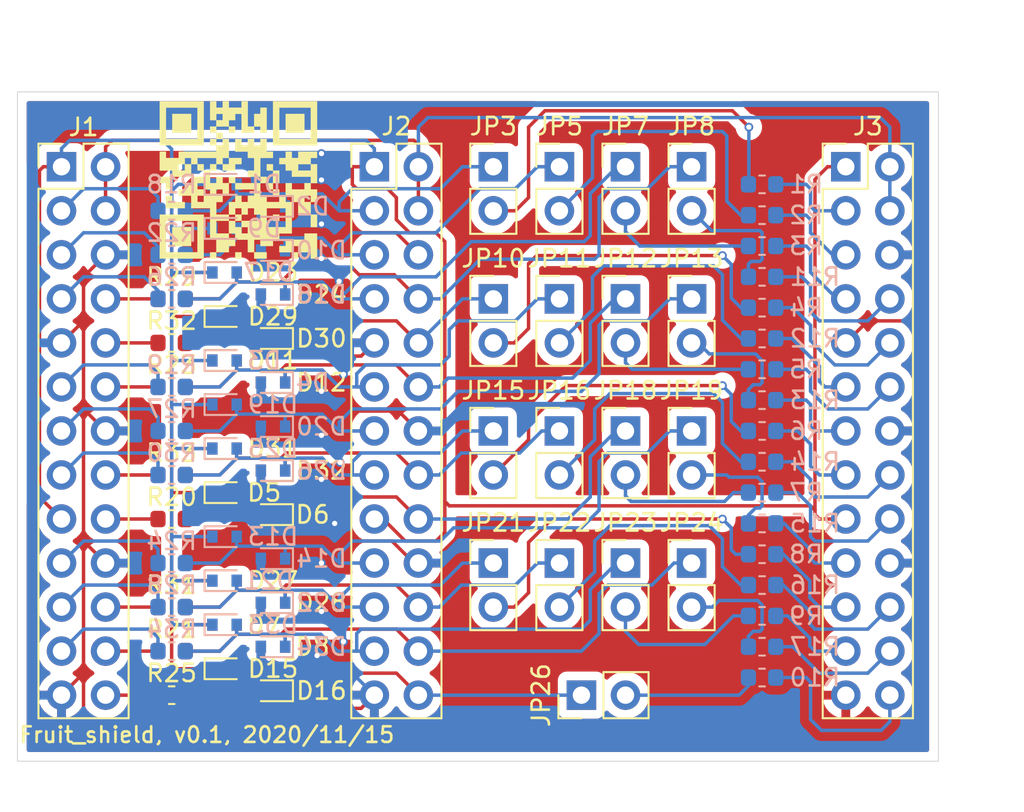
<source format=kicad_pcb>
(kicad_pcb (version 20171130) (host pcbnew 5.1.5+dfsg1-2build2)
  (title_block (title Fruit_shield) (date 2020-11-15) (rev v0.1) (company piro.tex))
  (layers (0 F.Cu signal) (31 B.Cu signal) (34 B.Paste user) (35 F.Paste user) (36 B.SilkS user) (37 F.SilkS user) (38 B.Mask user) (39 F.Mask user) (44 Edge.Cuts user))
  (net 0 "")
  (net 1 /Out_3)
  (net 2 +3V3)
  (net 3 GND)
  (net 4 /Out_11)
  (net 5 /Out_18)
  (net 6 /Out_24)
  (net 7 /Out_5)
  (net 8 /Out_12)
  (net 9 /Out_19)
  (net 10 /Out_26)
  (net 11 /Out_7)
  (net 12 /Out_13)
  (net 13 /Out_21)
  (net 14 /Out_8)
  (net 15 /Out_15)
  (net 16 /Out_22)
  (net 17 /Out_10)
  (net 18 /Out_16)
  (net 19 /Out_23)
  (net 20 /Fruit_26)
  (net 21 /Fruit_24)
  (net 22 /Fruit_23)
  (net 23 /Fruit_22)
  (net 24 /Fruit_21)
  (net 25 /Fruit_19)
  (net 26 /Fruit_18)
  (net 27 /Fruit_16)
  (net 28 /Fruit_15)
  (net 29 /Fruit_13)
  (net 30 /Fruit_12)
  (net 31 /Fruit_11)
  (net 32 /Fruit_10)
  (net 33 /Fruit_8)
  (net 34 /Fruit_7)
  (net 35 /Fruit_5)
  (net 36 +5V)
  (net 37 /Fruit_3)
  (net 38 "Net-(J3-Pad26)")
  (net 39 "Net-(J3-Pad24)")
  (net 40 "Net-(J3-Pad23)")
  (net 41 "Net-(J3-Pad22)")
  (net 42 "Net-(J3-Pad21)")
  (net 43 "Net-(J3-Pad19)")
  (net 44 "Net-(J3-Pad18)")
  (net 45 "Net-(J3-Pad16)")
  (net 46 "Net-(J3-Pad15)")
  (net 47 "Net-(J3-Pad13)")
  (net 48 "Net-(J3-Pad12)")
  (net 49 "Net-(J3-Pad11)")
  (net 50 "Net-(J3-Pad10)")
  (net 51 "Net-(J3-Pad8)")
  (net 52 "Net-(J3-Pad7)")
  (net 53 "Net-(J3-Pad5)")
  (net 54 "Net-(J3-Pad3)")
  (net 55 "Net-(JP3-Pad2)")
  (net 56 "Net-(JP5-Pad2)")
  (net 57 "Net-(JP7-Pad2)")
  (net 58 "Net-(JP8-Pad2)")
  (net 59 "Net-(JP10-Pad2)")
  (net 60 "Net-(JP11-Pad2)")
  (net 61 "Net-(JP12-Pad2)")
  (net 62 "Net-(JP13-Pad2)")
  (net 63 "Net-(JP15-Pad2)")
  (net 64 "Net-(JP16-Pad2)")
  (net 65 "Net-(JP18-Pad2)")
  (net 66 "Net-(JP19-Pad2)")
  (net 67 "Net-(JP21-Pad2)")
  (net 68 "Net-(JP22-Pad2)")
  (net 69 "Net-(JP23-Pad2)")
  (net 70 "Net-(JP24-Pad2)")
  (net 71 "Net-(JP26-Pad2)")
  (module github:qr_code_front_10mm (layer F.Cu) (at 134.62 108.712)
    (fp_text reference G*** hide)
    (fp_text value LOGO hide)
  )
  (module Resistor_SMD:R_0603_1608Metric (layer B.Cu) (at 164.846 121.412 180)
    (fp_text reference R13 (at -3.048 0) (layer B.SilkS) (effects (justify mirror)))
    (fp_text value 2.7k)
    (pad 2 smd roundrect (at 0.7875 0 180) (size 0.875 0.95) (layers B.Cu B.Paste B.Mask) (net 62 "Net-(JP13-Pad2)"))
    (pad 1 smd roundrect (at -0.7875 0 180) (size 0.875 0.95) (layers B.Cu B.Paste B.Mask) (net 47 "Net-(J3-Pad13)"))
  )
  (module Resistor_SMD:R_0603_1608Metric (layer B.Cu) (at 164.846 117.856 180)
    (fp_text reference R12 (at -3.048 0) (layer B.SilkS) (effects (justify mirror)))
    (fp_text value 2.7k)
    (pad 2 smd roundrect (at 0.7875 0 180) (size 0.875 0.95) (layers B.Cu B.Paste B.Mask) (net 60 "Net-(JP11-Pad2)"))
    (pad 1 smd roundrect (at -0.7875 0 180) (size 0.875 0.95) (layers B.Cu B.Paste B.Mask) (net 49 "Net-(J3-Pad11)"))
  )
  (module Connector_PinHeader_2.54mm:PinHeader_1x02_P2.54mm_Vertical (layer F.Cu) (at 160.782 130.81)
    (fp_text reference JP24 (at 0 -2.33) (layer F.SilkS))
    (fp_text value Jumper_NO_Small)
    (pad 2 thru_hole oval (at 0 2.54) (size 1.7 1.7) (drill 1) (layers *.Cu *.Mask) (net 70 "Net-(JP24-Pad2)"))
    (pad 1 thru_hole rect (at 0 0) (size 1.7 1.7) (drill 1) (layers *.Cu *.Mask) (net 6 /Out_24))
  )
  (module Connector_PinHeader_2.54mm:PinHeader_1x02_P2.54mm_Vertical (layer F.Cu) (at 153.162 130.81)
    (fp_text reference JP22 (at 0 -2.33) (layer F.SilkS))
    (fp_text value Jumper_NO_Small)
    (pad 2 thru_hole oval (at 0 2.54) (size 1.7 1.7) (drill 1) (layers *.Cu *.Mask) (net 68 "Net-(JP22-Pad2)"))
    (pad 1 thru_hole rect (at 0 0) (size 1.7 1.7) (drill 1) (layers *.Cu *.Mask) (net 16 /Out_22))
  )
  (module Connector_PinHeader_2.54mm:PinHeader_1x02_P2.54mm_Vertical (layer F.Cu) (at 156.972 115.57)
    (fp_text reference JP12 (at 0 -2.33) (layer F.SilkS))
    (fp_text value Jumper_NO_Small)
    (pad 2 thru_hole oval (at 0 2.54) (size 1.7 1.7) (drill 1) (layers *.Cu *.Mask) (net 61 "Net-(JP12-Pad2)"))
    (pad 1 thru_hole rect (at 0 0) (size 1.7 1.7) (drill 1) (layers *.Cu *.Mask) (net 8 /Out_12))
  )
  (module Diode_SMD:D_SOD-523 (layer B.Cu) (at 136.652 135.636 180)
    (fp_text reference D34 (at -2.794 0) (layer B.SilkS) (effects (justify mirror)))
    (fp_text value 1N5819)
    (pad 1 smd rect (at -0.7 0) (size 0.6 0.7) (layers B.Cu B.Paste B.Mask) (net 19 /Out_23))
    (pad 2 smd rect (at 0.7 0) (size 0.6 0.7) (layers B.Cu B.Paste B.Mask) (net 3 GND))
  )
  (module Diode_SMD:D_SOD-523 (layer B.Cu) (at 133.858 134.366)
    (fp_text reference D33 (at 2.794 0) (layer B.SilkS) (effects (justify mirror)))
    (fp_text value 1N5819)
    (pad 1 smd rect (at -0.7 0 180) (size 0.6 0.7) (layers B.Cu B.Paste B.Mask) (net 2 +3V3))
    (pad 2 smd rect (at 0.7 0 180) (size 0.6 0.7) (layers B.Cu B.Paste B.Mask) (net 19 /Out_23))
  )
  (module Diode_SMD:D_SOD-523 (layer F.Cu) (at 136.652 125.476 180)
    (fp_text reference D32 (at -2.794 0) (layer F.SilkS))
    (fp_text value 1N5819)
    (pad 1 smd rect (at -0.7 0) (size 0.6 0.7) (layers F.Cu F.Paste F.Mask) (net 18 /Out_16))
    (pad 2 smd rect (at 0.7 0) (size 0.6 0.7) (layers F.Cu F.Paste F.Mask) (net 3 GND))
  )
  (module Diode_SMD:D_SOD-523 (layer F.Cu) (at 133.858 124.206)
    (fp_text reference D31 (at 2.794 0) (layer F.SilkS))
    (fp_text value 1N5819)
    (pad 1 smd rect (at -0.7 0 180) (size 0.6 0.7) (layers F.Cu F.Paste F.Mask) (net 2 +3V3))
    (pad 2 smd rect (at 0.7 0 180) (size 0.6 0.7) (layers F.Cu F.Paste F.Mask) (net 18 /Out_16))
  )
  (module Diode_SMD:D_SOD-523 (layer F.Cu) (at 136.652 117.856 180)
    (fp_text reference D30 (at -2.794 0) (layer F.SilkS))
    (fp_text value 1N5819)
    (pad 1 smd rect (at -0.7 0) (size 0.6 0.7) (layers F.Cu F.Paste F.Mask) (net 17 /Out_10))
    (pad 2 smd rect (at 0.7 0) (size 0.6 0.7) (layers F.Cu F.Paste F.Mask) (net 3 GND))
  )
  (module Diode_SMD:D_SOD-523 (layer F.Cu) (at 133.858 116.586)
    (fp_text reference D29 (at 2.794 0) (layer F.SilkS))
    (fp_text value 1N5819)
    (pad 1 smd rect (at -0.7 0 180) (size 0.6 0.7) (layers F.Cu F.Paste F.Mask) (net 2 +3V3))
    (pad 2 smd rect (at 0.7 0 180) (size 0.6 0.7) (layers F.Cu F.Paste F.Mask) (net 17 /Out_10))
  )
  (module Diode_SMD:D_SOD-523 (layer F.Cu) (at 136.652 133.096 180)
    (fp_text reference D28 (at -2.794 0) (layer F.SilkS))
    (fp_text value 1N5819)
    (pad 1 smd rect (at -0.7 0) (size 0.6 0.7) (layers F.Cu F.Paste F.Mask) (net 16 /Out_22))
    (pad 2 smd rect (at 0.7 0) (size 0.6 0.7) (layers F.Cu F.Paste F.Mask) (net 3 GND))
  )
  (module Diode_SMD:D_SOD-523 (layer F.Cu) (at 133.858 131.826)
    (fp_text reference D27 (at 2.794 0) (layer F.SilkS))
    (fp_text value 1N5819)
    (pad 1 smd rect (at -0.7 0 180) (size 0.6 0.7) (layers F.Cu F.Paste F.Mask) (net 2 +3V3))
    (pad 2 smd rect (at 0.7 0 180) (size 0.6 0.7) (layers F.Cu F.Paste F.Mask) (net 16 /Out_22))
  )
  (module Diode_SMD:D_SOD-523 (layer B.Cu) (at 136.652 125.476 180)
    (fp_text reference D26 (at -2.794 0) (layer B.SilkS) (effects (justify mirror)))
    (fp_text value 1N5819)
    (pad 1 smd rect (at -0.7 0) (size 0.6 0.7) (layers B.Cu B.Paste B.Mask) (net 15 /Out_15))
    (pad 2 smd rect (at 0.7 0) (size 0.6 0.7) (layers B.Cu B.Paste B.Mask) (net 3 GND))
  )
  (module Diode_SMD:D_SOD-523 (layer B.Cu) (at 133.858 124.206)
    (fp_text reference D25 (at 2.794 0) (layer B.SilkS) (effects (justify mirror)))
    (fp_text value 1N5819)
    (pad 1 smd rect (at -0.7 0 180) (size 0.6 0.7) (layers B.Cu B.Paste B.Mask) (net 2 +3V3))
    (pad 2 smd rect (at 0.7 0 180) (size 0.6 0.7) (layers B.Cu B.Paste B.Mask) (net 15 /Out_15))
  )
  (module Diode_SMD:D_SOD-523 (layer F.Cu) (at 136.652 115.316 180)
    (fp_text reference D24 (at -2.794 0) (layer F.SilkS))
    (fp_text value 1N5819)
    (pad 1 smd rect (at -0.7 0) (size 0.6 0.7) (layers F.Cu F.Paste F.Mask) (net 14 /Out_8))
    (pad 2 smd rect (at 0.7 0) (size 0.6 0.7) (layers F.Cu F.Paste F.Mask) (net 3 GND))
  )
  (module Diode_SMD:D_SOD-523 (layer F.Cu) (at 133.858 114.046)
    (fp_text reference D23 (at 2.794 0) (layer F.SilkS))
    (fp_text value 1N5819)
    (pad 1 smd rect (at -0.7 0 180) (size 0.6 0.7) (layers F.Cu F.Paste F.Mask) (net 2 +3V3))
    (pad 2 smd rect (at 0.7 0 180) (size 0.6 0.7) (layers F.Cu F.Paste F.Mask) (net 14 /Out_8))
  )
  (module Diode_SMD:D_SOD-523 (layer B.Cu) (at 136.652 133.096 180)
    (fp_text reference D22 (at -2.794 0) (layer B.SilkS) (effects (justify mirror)))
    (fp_text value 1N5819)
    (pad 1 smd rect (at -0.7 0) (size 0.6 0.7) (layers B.Cu B.Paste B.Mask) (net 13 /Out_21))
    (pad 2 smd rect (at 0.7 0) (size 0.6 0.7) (layers B.Cu B.Paste B.Mask) (net 3 GND))
  )
  (module Diode_SMD:D_SOD-523 (layer B.Cu) (at 133.858 131.826)
    (fp_text reference D21 (at 2.54 0) (layer B.SilkS) (effects (justify mirror)))
    (fp_text value 1N5819)
    (pad 1 smd rect (at -0.7 0 180) (size 0.6 0.7) (layers B.Cu B.Paste B.Mask) (net 2 +3V3))
    (pad 2 smd rect (at 0.7 0 180) (size 0.6 0.7) (layers B.Cu B.Paste B.Mask) (net 13 /Out_21))
  )
  (module Diode_SMD:D_SOD-523 (layer B.Cu) (at 136.652 122.936 180)
    (fp_text reference D20 (at -2.794 0) (layer B.SilkS) (effects (justify mirror)))
    (fp_text value 1N5819)
    (pad 1 smd rect (at -0.7 0) (size 0.6 0.7) (layers B.Cu B.Paste B.Mask) (net 12 /Out_13))
    (pad 2 smd rect (at 0.7 0) (size 0.6 0.7) (layers B.Cu B.Paste B.Mask) (net 3 GND))
  )
  (module Diode_SMD:D_SOD-523 (layer B.Cu) (at 133.858 121.666)
    (fp_text reference D19 (at 2.794 0) (layer B.SilkS) (effects (justify mirror)))
    (fp_text value 1N5819)
    (pad 1 smd rect (at -0.7 0 180) (size 0.6 0.7) (layers B.Cu B.Paste B.Mask) (net 2 +3V3))
    (pad 2 smd rect (at 0.7 0 180) (size 0.6 0.7) (layers B.Cu B.Paste B.Mask) (net 12 /Out_13))
  )
  (module Diode_SMD:D_SOD-523 (layer B.Cu) (at 136.652 115.316 180)
    (fp_text reference D18 (at -2.794 0) (layer B.SilkS) (effects (justify mirror)))
    (fp_text value 1N5819)
    (pad 1 smd rect (at -0.7 0) (size 0.6 0.7) (layers B.Cu B.Paste B.Mask) (net 11 /Out_7))
    (pad 2 smd rect (at 0.7 0) (size 0.6 0.7) (layers B.Cu B.Paste B.Mask) (net 3 GND))
  )
  (module Diode_SMD:D_SOD-523 (layer B.Cu) (at 133.858 114.046)
    (fp_text reference D17 (at 2.54 0 -180) (layer B.SilkS) (effects (justify mirror)))
    (fp_text value 1N5819)
    (pad 1 smd rect (at -0.7 0 180) (size 0.6 0.7) (layers B.Cu B.Paste B.Mask) (net 2 +3V3))
    (pad 2 smd rect (at 0.7 0 180) (size 0.6 0.7) (layers B.Cu B.Paste B.Mask) (net 11 /Out_7))
  )
  (module Diode_SMD:D_SOD-523 (layer F.Cu) (at 136.652 138.176 180)
    (fp_text reference D16 (at -2.794 0) (layer F.SilkS))
    (fp_text value 1N5819)
    (pad 1 smd rect (at -0.7 0) (size 0.6 0.7) (layers F.Cu F.Paste F.Mask) (net 10 /Out_26))
    (pad 2 smd rect (at 0.7 0) (size 0.6 0.7) (layers F.Cu F.Paste F.Mask) (net 3 GND))
  )
  (module Diode_SMD:D_SOD-523 (layer F.Cu) (at 133.858 136.906)
    (fp_text reference D15 (at 2.794 0) (layer F.SilkS))
    (fp_text value 1N5819)
    (pad 1 smd rect (at -0.7 0 180) (size 0.6 0.7) (layers F.Cu F.Paste F.Mask) (net 2 +3V3))
    (pad 2 smd rect (at 0.7 0 180) (size 0.6 0.7) (layers F.Cu F.Paste F.Mask) (net 10 /Out_26))
  )
  (module Diode_SMD:D_SOD-523 (layer B.Cu) (at 136.652 130.556 180)
    (fp_text reference D14 (at -2.794 0) (layer B.SilkS) (effects (justify mirror)))
    (fp_text value 1N5819)
    (pad 1 smd rect (at -0.7 0) (size 0.6 0.7) (layers B.Cu B.Paste B.Mask) (net 9 /Out_19))
    (pad 2 smd rect (at 0.7 0) (size 0.6 0.7) (layers B.Cu B.Paste B.Mask) (net 3 GND))
  )
  (module Diode_SMD:D_SOD-523 (layer B.Cu) (at 133.858 129.286)
    (fp_text reference D13 (at 2.794 0) (layer B.SilkS) (effects (justify mirror)))
    (fp_text value 1N5819)
    (pad 1 smd rect (at -0.7 0 180) (size 0.6 0.7) (layers B.Cu B.Paste B.Mask) (net 2 +3V3))
    (pad 2 smd rect (at 0.7 0 180) (size 0.6 0.7) (layers B.Cu B.Paste B.Mask) (net 9 /Out_19))
  )
  (module Diode_SMD:D_SOD-523 (layer F.Cu) (at 136.652 120.396 180)
    (fp_text reference D12 (at -2.794 0) (layer F.SilkS))
    (fp_text value 1N5819)
    (pad 1 smd rect (at -0.7 0) (size 0.6 0.7) (layers F.Cu F.Paste F.Mask) (net 8 /Out_12))
    (pad 2 smd rect (at 0.7 0) (size 0.6 0.7) (layers F.Cu F.Paste F.Mask) (net 3 GND))
  )
  (module Diode_SMD:D_SOD-523 (layer F.Cu) (at 133.858 119.126)
    (fp_text reference D11 (at 2.794 0) (layer F.SilkS))
    (fp_text value 1N5819)
    (pad 1 smd rect (at -0.7 0 180) (size 0.6 0.7) (layers F.Cu F.Paste F.Mask) (net 2 +3V3))
    (pad 2 smd rect (at 0.7 0 180) (size 0.6 0.7) (layers F.Cu F.Paste F.Mask) (net 8 /Out_12))
  )
  (module Diode_SMD:D_SOD-523 (layer B.Cu) (at 136.652 112.776 180)
    (fp_text reference D10 (at -2.794 0) (layer B.SilkS) (effects (justify mirror)))
    (fp_text value 1N5819)
    (pad 1 smd rect (at -0.7 0) (size 0.6 0.7) (layers B.Cu B.Paste B.Mask) (net 7 /Out_5))
    (pad 2 smd rect (at 0.7 0) (size 0.6 0.7) (layers B.Cu B.Paste B.Mask) (net 3 GND))
  )
  (module Diode_SMD:D_SOD-523 (layer B.Cu) (at 133.858 111.506)
    (fp_text reference D9 (at 2.286 0) (layer B.SilkS) (effects (justify mirror)))
    (fp_text value 1N5819)
    (pad 1 smd rect (at -0.7 0 180) (size 0.6 0.7) (layers B.Cu B.Paste B.Mask) (net 2 +3V3))
    (pad 2 smd rect (at 0.7 0 180) (size 0.6 0.7) (layers B.Cu B.Paste B.Mask) (net 7 /Out_5))
  )
  (module Diode_SMD:D_SOD-523 (layer F.Cu) (at 136.652 135.636 180)
    (fp_text reference D8 (at -2.286 0) (layer F.SilkS))
    (fp_text value 1N5819)
    (pad 1 smd rect (at -0.7 0) (size 0.6 0.7) (layers F.Cu F.Paste F.Mask) (net 6 /Out_24))
    (pad 2 smd rect (at 0.7 0) (size 0.6 0.7) (layers F.Cu F.Paste F.Mask) (net 3 GND))
  )
  (module Diode_SMD:D_SOD-523 (layer F.Cu) (at 133.858 134.366)
    (fp_text reference D7 (at 2.286 0) (layer F.SilkS))
    (fp_text value 1N5819)
    (pad 1 smd rect (at -0.7 0 180) (size 0.6 0.7) (layers F.Cu F.Paste F.Mask) (net 2 +3V3))
    (pad 2 smd rect (at 0.7 0 180) (size 0.6 0.7) (layers F.Cu F.Paste F.Mask) (net 6 /Out_24))
  )
  (module Diode_SMD:D_SOD-523 (layer F.Cu) (at 136.652 128.016 180)
    (fp_text reference D6 (at -2.286 0) (layer F.SilkS))
    (fp_text value 1N5819)
    (pad 1 smd rect (at -0.7 0) (size 0.6 0.7) (layers F.Cu F.Paste F.Mask) (net 5 /Out_18))
    (pad 2 smd rect (at 0.7 0) (size 0.6 0.7) (layers F.Cu F.Paste F.Mask) (net 3 GND))
  )
  (module Diode_SMD:D_SOD-523 (layer F.Cu) (at 133.858 126.746)
    (fp_text reference D5 (at 2.286 0) (layer F.SilkS))
    (fp_text value 1N5819)
    (pad 1 smd rect (at -0.7 0 180) (size 0.6 0.7) (layers F.Cu F.Paste F.Mask) (net 2 +3V3))
    (pad 2 smd rect (at 0.7 0 180) (size 0.6 0.7) (layers F.Cu F.Paste F.Mask) (net 5 /Out_18))
  )
  (module Diode_SMD:D_SOD-523 (layer B.Cu) (at 136.652 120.396 180)
    (fp_text reference D4 (at -2.286 0) (layer B.SilkS) (effects (justify mirror)))
    (fp_text value 1N5819)
    (pad 1 smd rect (at -0.7 0) (size 0.6 0.7) (layers B.Cu B.Paste B.Mask) (net 4 /Out_11))
    (pad 2 smd rect (at 0.7 0) (size 0.6 0.7) (layers B.Cu B.Paste B.Mask) (net 3 GND))
  )
  (module Diode_SMD:D_SOD-523 (layer B.Cu) (at 133.858 119.126)
    (fp_text reference D3 (at 2.286 0) (layer B.SilkS) (effects (justify mirror)))
    (fp_text value 1N5819)
    (pad 1 smd rect (at -0.7 0 180) (size 0.6 0.7) (layers B.Cu B.Paste B.Mask) (net 2 +3V3))
    (pad 2 smd rect (at 0.7 0 180) (size 0.6 0.7) (layers B.Cu B.Paste B.Mask) (net 4 /Out_11))
  )
  (module Diode_SMD:D_SOD-523 (layer B.Cu) (at 136.652 110.236 180)
    (fp_text reference D2 (at -2.286 0) (layer B.SilkS) (effects (justify mirror)))
    (fp_text value 1N5819)
    (pad 1 smd rect (at -0.7 0) (size 0.6 0.7) (layers B.Cu B.Paste B.Mask) (net 1 /Out_3))
    (pad 2 smd rect (at 0.7 0) (size 0.6 0.7) (layers B.Cu B.Paste B.Mask) (net 3 GND))
  )
  (module Diode_SMD:D_SOD-523 (layer B.Cu) (at 133.858 108.966)
    (fp_text reference D1 (at 2.286 0 180) (layer B.SilkS) (effects (justify mirror)))
    (fp_text value 1N5819)
    (pad 1 smd rect (at -0.7 0 180) (size 0.6 0.7) (layers B.Cu B.Paste B.Mask) (net 2 +3V3))
    (pad 2 smd rect (at 0.7 0 180) (size 0.6 0.7) (layers B.Cu B.Paste B.Mask) (net 1 /Out_3))
  )
  (module Resistor_SMD:R_0603_1608Metric (layer B.Cu) (at 130.81 135.89 180)
    (fp_text reference R34 (at 0 1.27) (layer B.SilkS) (effects (justify mirror)))
    (fp_text value 33)
    (pad 2 smd roundrect (at 0.7875 0 180) (size 0.875 0.95) (layers B.Cu B.Paste B.Mask) (net 22 /Fruit_23))
    (pad 1 smd roundrect (at -0.7875 0 180) (size 0.875 0.95) (layers B.Cu B.Paste B.Mask) (net 19 /Out_23))
  )
  (module Resistor_SMD:R_0603_1608Metric (layer F.Cu) (at 130.81 125.73 180)
    (fp_text reference R33 (at 0 1.27) (layer F.SilkS))
    (fp_text value 33)
    (pad 2 smd roundrect (at 0.7875 0 180) (size 0.875 0.95) (layers F.Cu F.Paste F.Mask) (net 27 /Fruit_16))
    (pad 1 smd roundrect (at -0.7875 0 180) (size 0.875 0.95) (layers F.Cu F.Paste F.Mask) (net 18 /Out_16))
  )
  (module Resistor_SMD:R_0603_1608Metric (layer F.Cu) (at 130.81 118.11 180)
    (fp_text reference R32 (at 0 1.27) (layer F.SilkS))
    (fp_text value 33)
    (pad 2 smd roundrect (at 0.7875 0 180) (size 0.875 0.95) (layers F.Cu F.Paste F.Mask) (net 32 /Fruit_10))
    (pad 1 smd roundrect (at -0.7875 0 180) (size 0.875 0.95) (layers F.Cu F.Paste F.Mask) (net 17 /Out_10))
  )
  (module Resistor_SMD:R_0603_1608Metric (layer F.Cu) (at 130.81 133.35 180)
    (fp_text reference R31 (at 0 1.27) (layer F.SilkS))
    (fp_text value 33)
    (pad 2 smd roundrect (at 0.7875 0 180) (size 0.875 0.95) (layers F.Cu F.Paste F.Mask) (net 23 /Fruit_22))
    (pad 1 smd roundrect (at -0.7875 0 180) (size 0.875 0.95) (layers F.Cu F.Paste F.Mask) (net 16 /Out_22))
  )
  (module Resistor_SMD:R_0603_1608Metric (layer B.Cu) (at 130.81 125.73 180)
    (fp_text reference R30 (at 0 1.27) (layer B.SilkS) (effects (justify mirror)))
    (fp_text value 33)
    (pad 2 smd roundrect (at 0.7875 0 180) (size 0.875 0.95) (layers B.Cu B.Paste B.Mask) (net 28 /Fruit_15))
    (pad 1 smd roundrect (at -0.7875 0 180) (size 0.875 0.95) (layers B.Cu B.Paste B.Mask) (net 15 /Out_15))
  )
  (module Resistor_SMD:R_0603_1608Metric (layer F.Cu) (at 130.81 115.57 180)
    (fp_text reference R29 (at 0 1.27) (layer F.SilkS))
    (fp_text value 33)
    (pad 2 smd roundrect (at 0.7875 0 180) (size 0.875 0.95) (layers F.Cu F.Paste F.Mask) (net 33 /Fruit_8))
    (pad 1 smd roundrect (at -0.7875 0 180) (size 0.875 0.95) (layers F.Cu F.Paste F.Mask) (net 14 /Out_8))
  )
  (module Resistor_SMD:R_0603_1608Metric (layer B.Cu) (at 130.81 133.35 180)
    (fp_text reference R28 (at 0 1.27) (layer B.SilkS) (effects (justify mirror)))
    (fp_text value 33)
    (pad 2 smd roundrect (at 0.7875 0 180) (size 0.875 0.95) (layers B.Cu B.Paste B.Mask) (net 24 /Fruit_21))
    (pad 1 smd roundrect (at -0.7875 0 180) (size 0.875 0.95) (layers B.Cu B.Paste B.Mask) (net 13 /Out_21))
  )
  (module Resistor_SMD:R_0603_1608Metric (layer B.Cu) (at 130.81 123.19 180)
    (fp_text reference R27 (at 0 1.27) (layer B.SilkS) (effects (justify mirror)))
    (fp_text value 33)
    (pad 2 smd roundrect (at 0.7875 0 180) (size 0.875 0.95) (layers B.Cu B.Paste B.Mask) (net 29 /Fruit_13))
    (pad 1 smd roundrect (at -0.7875 0 180) (size 0.875 0.95) (layers B.Cu B.Paste B.Mask) (net 12 /Out_13))
  )
  (module Resistor_SMD:R_0603_1608Metric (layer B.Cu) (at 130.81 115.57 180)
    (fp_text reference R26 (at 0 1.27) (layer B.SilkS) (effects (justify mirror)))
    (fp_text value 33)
    (pad 2 smd roundrect (at 0.7875 0 180) (size 0.875 0.95) (layers B.Cu B.Paste B.Mask) (net 34 /Fruit_7))
    (pad 1 smd roundrect (at -0.7875 0 180) (size 0.875 0.95) (layers B.Cu B.Paste B.Mask) (net 11 /Out_7))
  )
  (module Resistor_SMD:R_0603_1608Metric (layer F.Cu) (at 130.81 138.43 180)
    (fp_text reference R25 (at 0 1.27) (layer F.SilkS))
    (fp_text value 33)
    (pad 2 smd roundrect (at 0.7875 0 180) (size 0.875 0.95) (layers F.Cu F.Paste F.Mask) (net 20 /Fruit_26))
    (pad 1 smd roundrect (at -0.7875 0 180) (size 0.875 0.95) (layers F.Cu F.Paste F.Mask) (net 10 /Out_26))
  )
  (module Resistor_SMD:R_0603_1608Metric (layer B.Cu) (at 130.81 130.81 180)
    (fp_text reference R24 (at 0 1.27) (layer B.SilkS) (effects (justify mirror)))
    (fp_text value 33)
    (pad 2 smd roundrect (at 0.7875 0 180) (size 0.875 0.95) (layers B.Cu B.Paste B.Mask) (net 25 /Fruit_19))
    (pad 1 smd roundrect (at -0.7875 0 180) (size 0.875 0.95) (layers B.Cu B.Paste B.Mask) (net 9 /Out_19))
  )
  (module Resistor_SMD:R_0603_1608Metric (layer F.Cu) (at 130.81 120.65 180)
    (fp_text reference R23 (at 0 1.27) (layer F.SilkS))
    (fp_text value 33)
    (pad 2 smd roundrect (at 0.7875 0 180) (size 0.875 0.95) (layers F.Cu F.Paste F.Mask) (net 30 /Fruit_12))
    (pad 1 smd roundrect (at -0.7875 0 180) (size 0.875 0.95) (layers F.Cu F.Paste F.Mask) (net 8 /Out_12))
  )
  (module Resistor_SMD:R_0603_1608Metric (layer B.Cu) (at 130.81 113.03 180)
    (fp_text reference R22 (at 0 1.27) (layer B.SilkS) (effects (justify mirror)))
    (fp_text value 33)
    (pad 2 smd roundrect (at 0.7875 0 180) (size 0.875 0.95) (layers B.Cu B.Paste B.Mask) (net 35 /Fruit_5))
    (pad 1 smd roundrect (at -0.7875 0 180) (size 0.875 0.95) (layers B.Cu B.Paste B.Mask) (net 7 /Out_5))
  )
  (module Resistor_SMD:R_0603_1608Metric (layer F.Cu) (at 130.81 135.89 180)
    (fp_text reference R21 (at 0 1.27) (layer F.SilkS))
    (fp_text value 33)
    (pad 2 smd roundrect (at 0.7875 0 180) (size 0.875 0.95) (layers F.Cu F.Paste F.Mask) (net 21 /Fruit_24))
    (pad 1 smd roundrect (at -0.7875 0 180) (size 0.875 0.95) (layers F.Cu F.Paste F.Mask) (net 6 /Out_24))
  )
  (module Resistor_SMD:R_0603_1608Metric (layer F.Cu) (at 130.81 128.27 180)
    (fp_text reference R20 (at 0 1.27) (layer F.SilkS))
    (fp_text value 33)
    (pad 2 smd roundrect (at 0.7875 0 180) (size 0.875 0.95) (layers F.Cu F.Paste F.Mask) (net 26 /Fruit_18))
    (pad 1 smd roundrect (at -0.7875 0 180) (size 0.875 0.95) (layers F.Cu F.Paste F.Mask) (net 5 /Out_18))
  )
  (module Resistor_SMD:R_0603_1608Metric (layer B.Cu) (at 130.81 120.65 180)
    (fp_text reference R19 (at 0 1.27) (layer B.SilkS) (effects (justify mirror)))
    (fp_text value 33)
    (pad 2 smd roundrect (at 0.7875 0 180) (size 0.875 0.95) (layers B.Cu B.Paste B.Mask) (net 31 /Fruit_11))
    (pad 1 smd roundrect (at -0.7875 0 180) (size 0.875 0.95) (layers B.Cu B.Paste B.Mask) (net 4 /Out_11))
  )
  (module Resistor_SMD:R_0603_1608Metric (layer B.Cu) (at 130.81 110.49 180)
    (fp_text reference R18 (at 0 1.524) (layer B.SilkS) (effects (justify mirror)))
    (fp_text value 33)
    (pad 2 smd roundrect (at 0.7875 0 180) (size 0.875 0.95) (layers B.Cu B.Paste B.Mask) (net 37 /Fruit_3))
    (pad 1 smd roundrect (at -0.7875 0 180) (size 0.875 0.95) (layers B.Cu B.Paste B.Mask) (net 1 /Out_3))
  )
  (module Resistor_SMD:R_0603_1608Metric (layer B.Cu) (at 164.846 135.636 180)
    (fp_text reference R17 (at -3.048 0) (layer B.SilkS) (effects (justify mirror)))
    (fp_text value 2.7k)
    (pad 2 smd roundrect (at 0.7875 0 180) (size 0.875 0.95) (layers B.Cu B.Paste B.Mask) (net 70 "Net-(JP24-Pad2)"))
    (pad 1 smd roundrect (at -0.7875 0 180) (size 0.875 0.95) (layers B.Cu B.Paste B.Mask) (net 39 "Net-(J3-Pad24)"))
  )
  (module Resistor_SMD:R_0603_1608Metric (layer B.Cu) (at 164.846 132.08 180)
    (fp_text reference R16 (at -3.048 0) (layer B.SilkS) (effects (justify mirror)))
    (fp_text value 2.7k)
    (pad 2 smd roundrect (at 0.7875 0 180) (size 0.875 0.95) (layers B.Cu B.Paste B.Mask) (net 68 "Net-(JP22-Pad2)"))
    (pad 1 smd roundrect (at -0.7875 0 180) (size 0.875 0.95) (layers B.Cu B.Paste B.Mask) (net 41 "Net-(J3-Pad22)"))
  )
  (module Resistor_SMD:R_0603_1608Metric (layer B.Cu) (at 164.846 128.524 180)
    (fp_text reference R15 (at -3.048 0) (layer B.SilkS) (effects (justify mirror)))
    (fp_text value 2.7k)
    (pad 2 smd roundrect (at 0.7875 0 180) (size 0.875 0.95) (layers B.Cu B.Paste B.Mask) (net 66 "Net-(JP19-Pad2)"))
    (pad 1 smd roundrect (at -0.7875 0 180) (size 0.875 0.95) (layers B.Cu B.Paste B.Mask) (net 43 "Net-(J3-Pad19)"))
  )
  (module Resistor_SMD:R_0603_1608Metric (layer B.Cu) (at 164.846 124.968 180)
    (fp_text reference R14 (at -3.048 0) (layer B.SilkS) (effects (justify mirror)))
    (fp_text value 2.7k)
    (pad 2 smd roundrect (at 0.7875 0 180) (size 0.875 0.95) (layers B.Cu B.Paste B.Mask) (net 64 "Net-(JP16-Pad2)"))
    (pad 1 smd roundrect (at -0.7875 0 180) (size 0.875 0.95) (layers B.Cu B.Paste B.Mask) (net 45 "Net-(J3-Pad16)"))
  )
  (module Resistor_SMD:R_0603_1608Metric (layer B.Cu) (at 164.846 114.3 180)
    (fp_text reference R11 (at -3.048 0) (layer B.SilkS) (effects (justify mirror)))
    (fp_text value 2.7k)
    (pad 2 smd roundrect (at 0.7875 0 180) (size 0.875 0.95) (layers B.Cu B.Paste B.Mask) (net 58 "Net-(JP8-Pad2)"))
    (pad 1 smd roundrect (at -0.7875 0 180) (size 0.875 0.95) (layers B.Cu B.Paste B.Mask) (net 51 "Net-(J3-Pad8)"))
  )
  (module Resistor_SMD:R_0603_1608Metric (layer B.Cu) (at 164.846 137.414 180)
    (fp_text reference R10 (at -3.048 0) (layer B.SilkS) (effects (justify mirror)))
    (fp_text value 2.7k)
    (pad 2 smd roundrect (at 0.7875 0 180) (size 0.875 0.95) (layers B.Cu B.Paste B.Mask) (net 71 "Net-(JP26-Pad2)"))
    (pad 1 smd roundrect (at -0.7875 0 180) (size 0.875 0.95) (layers B.Cu B.Paste B.Mask) (net 38 "Net-(J3-Pad26)"))
  )
  (module Resistor_SMD:R_0603_1608Metric (layer B.Cu) (at 164.846 133.858 180)
    (fp_text reference R9 (at -2.54 0) (layer B.SilkS) (effects (justify mirror)))
    (fp_text value 2.7k)
    (pad 2 smd roundrect (at 0.7875 0 180) (size 0.875 0.95) (layers B.Cu B.Paste B.Mask) (net 69 "Net-(JP23-Pad2)"))
    (pad 1 smd roundrect (at -0.7875 0 180) (size 0.875 0.95) (layers B.Cu B.Paste B.Mask) (net 40 "Net-(J3-Pad23)"))
  )
  (module Resistor_SMD:R_0603_1608Metric (layer B.Cu) (at 164.846 130.302 180)
    (fp_text reference R8 (at -2.54 0) (layer B.SilkS) (effects (justify mirror)))
    (fp_text value 2.7k)
    (pad 2 smd roundrect (at 0.7875 0 180) (size 0.875 0.95) (layers B.Cu B.Paste B.Mask) (net 67 "Net-(JP21-Pad2)"))
    (pad 1 smd roundrect (at -0.7875 0 180) (size 0.875 0.95) (layers B.Cu B.Paste B.Mask) (net 42 "Net-(J3-Pad21)"))
  )
  (module Resistor_SMD:R_0603_1608Metric (layer B.Cu) (at 164.846 126.746 180)
    (fp_text reference R7 (at -2.54 0) (layer B.SilkS) (effects (justify mirror)))
    (fp_text value 2.7k)
    (pad 2 smd roundrect (at 0.7875 0 180) (size 0.875 0.95) (layers B.Cu B.Paste B.Mask) (net 65 "Net-(JP18-Pad2)"))
    (pad 1 smd roundrect (at -0.7875 0 180) (size 0.875 0.95) (layers B.Cu B.Paste B.Mask) (net 44 "Net-(J3-Pad18)"))
  )
  (module Resistor_SMD:R_0603_1608Metric (layer B.Cu) (at 164.846 123.19 180)
    (fp_text reference R6 (at -2.54 0) (layer B.SilkS) (effects (justify mirror)))
    (fp_text value 2.7k)
    (pad 2 smd roundrect (at 0.7875 0 180) (size 0.875 0.95) (layers B.Cu B.Paste B.Mask) (net 63 "Net-(JP15-Pad2)"))
    (pad 1 smd roundrect (at -0.7875 0 180) (size 0.875 0.95) (layers B.Cu B.Paste B.Mask) (net 46 "Net-(J3-Pad15)"))
  )
  (module Resistor_SMD:R_0603_1608Metric (layer B.Cu) (at 164.846 119.634 180)
    (fp_text reference R5 (at -2.54 0) (layer B.SilkS) (effects (justify mirror)))
    (fp_text value 2.7k)
    (pad 2 smd roundrect (at 0.7875 0 180) (size 0.875 0.95) (layers B.Cu B.Paste B.Mask) (net 61 "Net-(JP12-Pad2)"))
    (pad 1 smd roundrect (at -0.7875 0 180) (size 0.875 0.95) (layers B.Cu B.Paste B.Mask) (net 48 "Net-(J3-Pad12)"))
  )
  (module Resistor_SMD:R_0603_1608Metric (layer B.Cu) (at 164.846 116.078 180)
    (fp_text reference R4 (at -2.54 0) (layer B.SilkS) (effects (justify mirror)))
    (fp_text value 2.7k)
    (pad 2 smd roundrect (at 0.7875 0 180) (size 0.875 0.95) (layers B.Cu B.Paste B.Mask) (net 59 "Net-(JP10-Pad2)"))
    (pad 1 smd roundrect (at -0.7875 0 180) (size 0.875 0.95) (layers B.Cu B.Paste B.Mask) (net 50 "Net-(J3-Pad10)"))
  )
  (module Resistor_SMD:R_0603_1608Metric (layer B.Cu) (at 164.846 112.522 180)
    (fp_text reference R3 (at -2.54 0) (layer B.SilkS) (effects (justify mirror)))
    (fp_text value 2.7k)
    (pad 2 smd roundrect (at 0.7875 0 180) (size 0.875 0.95) (layers B.Cu B.Paste B.Mask) (net 57 "Net-(JP7-Pad2)"))
    (pad 1 smd roundrect (at -0.7875 0 180) (size 0.875 0.95) (layers B.Cu B.Paste B.Mask) (net 52 "Net-(J3-Pad7)"))
  )
  (module Resistor_SMD:R_0603_1608Metric (layer B.Cu) (at 164.846 110.744 180)
    (fp_text reference R2 (at -2.54 0) (layer B.SilkS) (effects (justify mirror)))
    (fp_text value 2.7k)
    (pad 2 smd roundrect (at 0.7875 0 180) (size 0.875 0.95) (layers B.Cu B.Paste B.Mask) (net 56 "Net-(JP5-Pad2)"))
    (pad 1 smd roundrect (at -0.7875 0 180) (size 0.875 0.95) (layers B.Cu B.Paste B.Mask) (net 53 "Net-(J3-Pad5)"))
  )
  (module Resistor_SMD:R_0603_1608Metric (layer B.Cu) (at 164.846 108.966 180)
    (fp_text reference R1 (at -2.54 0) (layer B.SilkS) (effects (justify mirror)))
    (fp_text value 2.7k)
    (pad 2 smd roundrect (at 0.7875 0 180) (size 0.875 0.95) (layers B.Cu B.Paste B.Mask) (net 55 "Net-(JP3-Pad2)"))
    (pad 1 smd roundrect (at -0.7875 0 180) (size 0.875 0.95) (layers B.Cu B.Paste B.Mask) (net 54 "Net-(J3-Pad3)"))
  )
  (module Connector_PinHeader_2.54mm:PinHeader_1x02_P2.54mm_Vertical (layer F.Cu) (at 154.432 138.43 90)
    (fp_text reference JP26 (at 0 -2.33 90) (layer F.SilkS))
    (fp_text value Jumper_NO_Small)
    (pad 2 thru_hole oval (at 0 2.54 90) (size 1.7 1.7) (drill 1) (layers *.Cu *.Mask) (net 71 "Net-(JP26-Pad2)"))
    (pad 1 thru_hole rect (at 0 0 90) (size 1.7 1.7) (drill 1) (layers *.Cu *.Mask) (net 10 /Out_26))
  )
  (module Connector_PinHeader_2.54mm:PinHeader_1x02_P2.54mm_Vertical (layer F.Cu) (at 156.972 130.81)
    (fp_text reference JP23 (at 0 -2.33) (layer F.SilkS))
    (fp_text value Jumper_NO_Small)
    (pad 2 thru_hole oval (at 0 2.54) (size 1.7 1.7) (drill 1) (layers *.Cu *.Mask) (net 69 "Net-(JP23-Pad2)"))
    (pad 1 thru_hole rect (at 0 0) (size 1.7 1.7) (drill 1) (layers *.Cu *.Mask) (net 19 /Out_23))
  )
  (module Connector_PinHeader_2.54mm:PinHeader_1x02_P2.54mm_Vertical (layer F.Cu) (at 149.352 130.81)
    (fp_text reference JP21 (at 0 -2.33) (layer F.SilkS))
    (fp_text value Jumper_NO_Small)
    (pad 2 thru_hole oval (at 0 2.54) (size 1.7 1.7) (drill 1) (layers *.Cu *.Mask) (net 67 "Net-(JP21-Pad2)"))
    (pad 1 thru_hole rect (at 0 0) (size 1.7 1.7) (drill 1) (layers *.Cu *.Mask) (net 13 /Out_21))
  )
  (module Connector_PinHeader_2.54mm:PinHeader_1x02_P2.54mm_Vertical (layer F.Cu) (at 160.782 123.19)
    (fp_text reference JP19 (at 0 -2.33) (layer F.SilkS))
    (fp_text value Jumper_NO_Small)
    (pad 2 thru_hole oval (at 0 2.54) (size 1.7 1.7) (drill 1) (layers *.Cu *.Mask) (net 66 "Net-(JP19-Pad2)"))
    (pad 1 thru_hole rect (at 0 0) (size 1.7 1.7) (drill 1) (layers *.Cu *.Mask) (net 9 /Out_19))
  )
  (module Connector_PinHeader_2.54mm:PinHeader_1x02_P2.54mm_Vertical (layer F.Cu) (at 156.972 123.19)
    (fp_text reference JP18 (at 0 -2.33) (layer F.SilkS))
    (fp_text value Jumper_NO_Small)
    (pad 2 thru_hole oval (at 0 2.54) (size 1.7 1.7) (drill 1) (layers *.Cu *.Mask) (net 65 "Net-(JP18-Pad2)"))
    (pad 1 thru_hole rect (at 0 0) (size 1.7 1.7) (drill 1) (layers *.Cu *.Mask) (net 5 /Out_18))
  )
  (module Connector_PinHeader_2.54mm:PinHeader_1x02_P2.54mm_Vertical (layer F.Cu) (at 153.162 123.19)
    (fp_text reference JP16 (at 0 -2.33) (layer F.SilkS))
    (fp_text value Jumper_NO_Small)
    (pad 2 thru_hole oval (at 0 2.54) (size 1.7 1.7) (drill 1) (layers *.Cu *.Mask) (net 64 "Net-(JP16-Pad2)"))
    (pad 1 thru_hole rect (at 0 0) (size 1.7 1.7) (drill 1) (layers *.Cu *.Mask) (net 18 /Out_16))
  )
  (module Connector_PinHeader_2.54mm:PinHeader_1x02_P2.54mm_Vertical (layer F.Cu) (at 149.352 123.19)
    (fp_text reference JP15 (at 0 -2.33) (layer F.SilkS))
    (fp_text value Jumper_NO_Small)
    (pad 2 thru_hole oval (at 0 2.54) (size 1.7 1.7) (drill 1) (layers *.Cu *.Mask) (net 63 "Net-(JP15-Pad2)"))
    (pad 1 thru_hole rect (at 0 0) (size 1.7 1.7) (drill 1) (layers *.Cu *.Mask) (net 15 /Out_15))
  )
  (module Connector_PinHeader_2.54mm:PinHeader_1x02_P2.54mm_Vertical (layer F.Cu) (at 160.782 115.57)
    (fp_text reference JP13 (at 0 -2.33) (layer F.SilkS))
    (fp_text value Jumper_NO_Small)
    (pad 2 thru_hole oval (at 0 2.54) (size 1.7 1.7) (drill 1) (layers *.Cu *.Mask) (net 62 "Net-(JP13-Pad2)"))
    (pad 1 thru_hole rect (at 0 0) (size 1.7 1.7) (drill 1) (layers *.Cu *.Mask) (net 12 /Out_13))
  )
  (module Connector_PinHeader_2.54mm:PinHeader_1x02_P2.54mm_Vertical (layer F.Cu) (at 153.162 115.57)
    (fp_text reference JP11 (at 0 -2.33) (layer F.SilkS))
    (fp_text value Jumper_NO_Small)
    (pad 2 thru_hole oval (at 0 2.54) (size 1.7 1.7) (drill 1) (layers *.Cu *.Mask) (net 60 "Net-(JP11-Pad2)"))
    (pad 1 thru_hole rect (at 0 0) (size 1.7 1.7) (drill 1) (layers *.Cu *.Mask) (net 4 /Out_11))
  )
  (module Connector_PinHeader_2.54mm:PinHeader_1x02_P2.54mm_Vertical (layer F.Cu) (at 149.352 115.57)
    (fp_text reference JP10 (at 0 -2.33) (layer F.SilkS))
    (fp_text value Jumper_NO_Small)
    (pad 2 thru_hole oval (at 0 2.54) (size 1.7 1.7) (drill 1) (layers *.Cu *.Mask) (net 59 "Net-(JP10-Pad2)"))
    (pad 1 thru_hole rect (at 0 0) (size 1.7 1.7) (drill 1) (layers *.Cu *.Mask) (net 17 /Out_10))
  )
  (module Connector_PinHeader_2.54mm:PinHeader_1x02_P2.54mm_Vertical (layer F.Cu) (at 160.782 107.95)
    (fp_text reference JP8 (at 0 -2.33) (layer F.SilkS))
    (fp_text value Jumper_NO_Small)
    (pad 2 thru_hole oval (at 0 2.54) (size 1.7 1.7) (drill 1) (layers *.Cu *.Mask) (net 58 "Net-(JP8-Pad2)"))
    (pad 1 thru_hole rect (at 0 0) (size 1.7 1.7) (drill 1) (layers *.Cu *.Mask) (net 14 /Out_8))
  )
  (module Connector_PinHeader_2.54mm:PinHeader_1x02_P2.54mm_Vertical (layer F.Cu) (at 156.972 107.95)
    (fp_text reference JP7 (at 0 -2.33) (layer F.SilkS))
    (fp_text value Jumper_NO_Small)
    (pad 2 thru_hole oval (at 0 2.54) (size 1.7 1.7) (drill 1) (layers *.Cu *.Mask) (net 57 "Net-(JP7-Pad2)"))
    (pad 1 thru_hole rect (at 0 0) (size 1.7 1.7) (drill 1) (layers *.Cu *.Mask) (net 11 /Out_7))
  )
  (module Connector_PinHeader_2.54mm:PinHeader_1x02_P2.54mm_Vertical (layer F.Cu) (at 153.162 107.95)
    (fp_text reference JP5 (at 0 -2.33) (layer F.SilkS))
    (fp_text value Jumper_NO_Small)
    (pad 2 thru_hole oval (at 0 2.54) (size 1.7 1.7) (drill 1) (layers *.Cu *.Mask) (net 56 "Net-(JP5-Pad2)"))
    (pad 1 thru_hole rect (at 0 0) (size 1.7 1.7) (drill 1) (layers *.Cu *.Mask) (net 7 /Out_5))
  )
  (module Connector_PinHeader_2.54mm:PinHeader_1x02_P2.54mm_Vertical (layer F.Cu) (at 149.352 107.95)
    (fp_text reference JP3 (at 0 -2.33) (layer F.SilkS))
    (fp_text value Jumper_NO_Small)
    (pad 2 thru_hole oval (at 0 2.54) (size 1.7 1.7) (drill 1) (layers *.Cu *.Mask) (net 55 "Net-(JP3-Pad2)"))
    (pad 1 thru_hole rect (at 0 0) (size 1.7 1.7) (drill 1) (layers *.Cu *.Mask) (net 1 /Out_3))
  )
  (module Connector_PinHeader_2.54mm:PinHeader_2x13_P2.54mm_Vertical (layer F.Cu) (at 169.672 107.95)
    (fp_text reference J3 (at 1.27 -2.33) (layer F.SilkS))
    (fp_text value Out_adj)
    (pad 26 thru_hole oval (at 2.54 30.48) (size 1.7 1.7) (drill 1) (layers *.Cu *.Mask) (net 38 "Net-(J3-Pad26)"))
    (pad 25 thru_hole oval (at 0 30.48) (size 1.7 1.7) (drill 1) (layers *.Cu *.Mask) (net 3 GND))
    (pad 24 thru_hole oval (at 2.54 27.94) (size 1.7 1.7) (drill 1) (layers *.Cu *.Mask) (net 39 "Net-(J3-Pad24)"))
    (pad 23 thru_hole oval (at 0 27.94) (size 1.7 1.7) (drill 1) (layers *.Cu *.Mask) (net 40 "Net-(J3-Pad23)"))
    (pad 22 thru_hole oval (at 2.54 25.4) (size 1.7 1.7) (drill 1) (layers *.Cu *.Mask) (net 41 "Net-(J3-Pad22)"))
    (pad 21 thru_hole oval (at 0 25.4) (size 1.7 1.7) (drill 1) (layers *.Cu *.Mask) (net 42 "Net-(J3-Pad21)"))
    (pad 20 thru_hole oval (at 2.54 22.86) (size 1.7 1.7) (drill 1) (layers *.Cu *.Mask) (net 3 GND))
    (pad 19 thru_hole oval (at 0 22.86) (size 1.7 1.7) (drill 1) (layers *.Cu *.Mask) (net 43 "Net-(J3-Pad19)"))
    (pad 18 thru_hole oval (at 2.54 20.32) (size 1.7 1.7) (drill 1) (layers *.Cu *.Mask) (net 44 "Net-(J3-Pad18)"))
    (pad 17 thru_hole oval (at 0 20.32) (size 1.7 1.7) (drill 1) (layers *.Cu *.Mask) (net 2 +3V3))
    (pad 16 thru_hole oval (at 2.54 17.78) (size 1.7 1.7) (drill 1) (layers *.Cu *.Mask) (net 45 "Net-(J3-Pad16)"))
    (pad 15 thru_hole oval (at 0 17.78) (size 1.7 1.7) (drill 1) (layers *.Cu *.Mask) (net 46 "Net-(J3-Pad15)"))
    (pad 14 thru_hole oval (at 2.54 15.24) (size 1.7 1.7) (drill 1) (layers *.Cu *.Mask) (net 3 GND))
    (pad 13 thru_hole oval (at 0 15.24) (size 1.7 1.7) (drill 1) (layers *.Cu *.Mask) (net 47 "Net-(J3-Pad13)"))
    (pad 12 thru_hole oval (at 2.54 12.7) (size 1.7 1.7) (drill 1) (layers *.Cu *.Mask) (net 48 "Net-(J3-Pad12)"))
    (pad 11 thru_hole oval (at 0 12.7) (size 1.7 1.7) (drill 1) (layers *.Cu *.Mask) (net 49 "Net-(J3-Pad11)"))
    (pad 10 thru_hole oval (at 2.54 10.16) (size 1.7 1.7) (drill 1) (layers *.Cu *.Mask) (net 50 "Net-(J3-Pad10)"))
    (pad 9 thru_hole oval (at 0 10.16) (size 1.7 1.7) (drill 1) (layers *.Cu *.Mask) (net 3 GND))
    (pad 8 thru_hole oval (at 2.54 7.62) (size 1.7 1.7) (drill 1) (layers *.Cu *.Mask) (net 51 "Net-(J3-Pad8)"))
    (pad 7 thru_hole oval (at 0 7.62) (size 1.7 1.7) (drill 1) (layers *.Cu *.Mask) (net 52 "Net-(J3-Pad7)"))
    (pad 6 thru_hole oval (at 2.54 5.08) (size 1.7 1.7) (drill 1) (layers *.Cu *.Mask) (net 3 GND))
    (pad 5 thru_hole oval (at 0 5.08) (size 1.7 1.7) (drill 1) (layers *.Cu *.Mask) (net 53 "Net-(J3-Pad5)"))
    (pad 4 thru_hole oval (at 2.54 2.54) (size 1.7 1.7) (drill 1) (layers *.Cu *.Mask) (net 36 +5V))
    (pad 3 thru_hole oval (at 0 2.54) (size 1.7 1.7) (drill 1) (layers *.Cu *.Mask) (net 54 "Net-(J3-Pad3)"))
    (pad 2 thru_hole oval (at 2.54 0) (size 1.7 1.7) (drill 1) (layers *.Cu *.Mask) (net 36 +5V))
    (pad 1 thru_hole rect (at 0 0) (size 1.7 1.7) (drill 1) (layers *.Cu *.Mask) (net 2 +3V3))
  )
  (module Connector_PinHeader_2.54mm:PinHeader_2x13_P2.54mm_Vertical (layer F.Cu) (at 142.494 107.95)
    (fp_text reference J2 (at 1.27 -2.33) (layer F.SilkS))
    (fp_text value Out)
    (pad 26 thru_hole oval (at 2.54 30.48) (size 1.7 1.7) (drill 1) (layers *.Cu *.Mask) (net 10 /Out_26))
    (pad 25 thru_hole oval (at 0 30.48) (size 1.7 1.7) (drill 1) (layers *.Cu *.Mask) (net 3 GND))
    (pad 24 thru_hole oval (at 2.54 27.94) (size 1.7 1.7) (drill 1) (layers *.Cu *.Mask) (net 6 /Out_24))
    (pad 23 thru_hole oval (at 0 27.94) (size 1.7 1.7) (drill 1) (layers *.Cu *.Mask) (net 19 /Out_23))
    (pad 22 thru_hole oval (at 2.54 25.4) (size 1.7 1.7) (drill 1) (layers *.Cu *.Mask) (net 16 /Out_22))
    (pad 21 thru_hole oval (at 0 25.4) (size 1.7 1.7) (drill 1) (layers *.Cu *.Mask) (net 13 /Out_21))
    (pad 20 thru_hole oval (at 2.54 22.86) (size 1.7 1.7) (drill 1) (layers *.Cu *.Mask) (net 3 GND))
    (pad 19 thru_hole oval (at 0 22.86) (size 1.7 1.7) (drill 1) (layers *.Cu *.Mask) (net 9 /Out_19))
    (pad 18 thru_hole oval (at 2.54 20.32) (size 1.7 1.7) (drill 1) (layers *.Cu *.Mask) (net 5 /Out_18))
    (pad 17 thru_hole oval (at 0 20.32) (size 1.7 1.7) (drill 1) (layers *.Cu *.Mask) (net 2 +3V3))
    (pad 16 thru_hole oval (at 2.54 17.78) (size 1.7 1.7) (drill 1) (layers *.Cu *.Mask) (net 18 /Out_16))
    (pad 15 thru_hole oval (at 0 17.78) (size 1.7 1.7) (drill 1) (layers *.Cu *.Mask) (net 15 /Out_15))
    (pad 14 thru_hole oval (at 2.54 15.24) (size 1.7 1.7) (drill 1) (layers *.Cu *.Mask) (net 3 GND))
    (pad 13 thru_hole oval (at 0 15.24) (size 1.7 1.7) (drill 1) (layers *.Cu *.Mask) (net 12 /Out_13))
    (pad 12 thru_hole oval (at 2.54 12.7) (size 1.7 1.7) (drill 1) (layers *.Cu *.Mask) (net 8 /Out_12))
    (pad 11 thru_hole oval (at 0 12.7) (size 1.7 1.7) (drill 1) (layers *.Cu *.Mask) (net 4 /Out_11))
    (pad 10 thru_hole oval (at 2.54 10.16) (size 1.7 1.7) (drill 1) (layers *.Cu *.Mask) (net 17 /Out_10))
    (pad 9 thru_hole oval (at 0 10.16) (size 1.7 1.7) (drill 1) (layers *.Cu *.Mask) (net 3 GND))
    (pad 8 thru_hole oval (at 2.54 7.62) (size 1.7 1.7) (drill 1) (layers *.Cu *.Mask) (net 14 /Out_8))
    (pad 7 thru_hole oval (at 0 7.62) (size 1.7 1.7) (drill 1) (layers *.Cu *.Mask) (net 11 /Out_7))
    (pad 6 thru_hole oval (at 2.54 5.08) (size 1.7 1.7) (drill 1) (layers *.Cu *.Mask) (net 3 GND))
    (pad 5 thru_hole oval (at 0 5.08) (size 1.7 1.7) (drill 1) (layers *.Cu *.Mask) (net 7 /Out_5))
    (pad 4 thru_hole oval (at 2.54 2.54) (size 1.7 1.7) (drill 1) (layers *.Cu *.Mask) (net 36 +5V))
    (pad 3 thru_hole oval (at 0 2.54) (size 1.7 1.7) (drill 1) (layers *.Cu *.Mask) (net 1 /Out_3))
    (pad 2 thru_hole oval (at 2.54 0) (size 1.7 1.7) (drill 1) (layers *.Cu *.Mask) (net 36 +5V))
    (pad 1 thru_hole rect (at 0 0) (size 1.7 1.7) (drill 1) (layers *.Cu *.Mask) (net 2 +3V3))
  )
  (module Connector_PinHeader_2.54mm:PinHeader_2x13_P2.54mm_Vertical (layer F.Cu) (at 124.46 107.95)
    (fp_text reference J1 (at 1.27 -2.286) (layer F.SilkS))
    (fp_text value Fruit_Header)
    (pad 26 thru_hole oval (at 2.54 30.48) (size 1.7 1.7) (drill 1) (layers *.Cu *.Mask) (net 20 /Fruit_26))
    (pad 25 thru_hole oval (at 0 30.48) (size 1.7 1.7) (drill 1) (layers *.Cu *.Mask) (net 3 GND))
    (pad 24 thru_hole oval (at 2.54 27.94) (size 1.7 1.7) (drill 1) (layers *.Cu *.Mask) (net 21 /Fruit_24))
    (pad 23 thru_hole oval (at 0 27.94) (size 1.7 1.7) (drill 1) (layers *.Cu *.Mask) (net 22 /Fruit_23))
    (pad 22 thru_hole oval (at 2.54 25.4) (size 1.7 1.7) (drill 1) (layers *.Cu *.Mask) (net 23 /Fruit_22))
    (pad 21 thru_hole oval (at 0 25.4) (size 1.7 1.7) (drill 1) (layers *.Cu *.Mask) (net 24 /Fruit_21))
    (pad 20 thru_hole oval (at 2.54 22.86) (size 1.7 1.7) (drill 1) (layers *.Cu *.Mask) (net 3 GND))
    (pad 19 thru_hole oval (at 0 22.86) (size 1.7 1.7) (drill 1) (layers *.Cu *.Mask) (net 25 /Fruit_19))
    (pad 18 thru_hole oval (at 2.54 20.32) (size 1.7 1.7) (drill 1) (layers *.Cu *.Mask) (net 26 /Fruit_18))
    (pad 17 thru_hole oval (at 0 20.32) (size 1.7 1.7) (drill 1) (layers *.Cu *.Mask) (net 2 +3V3))
    (pad 16 thru_hole oval (at 2.54 17.78) (size 1.7 1.7) (drill 1) (layers *.Cu *.Mask) (net 27 /Fruit_16))
    (pad 15 thru_hole oval (at 0 17.78) (size 1.7 1.7) (drill 1) (layers *.Cu *.Mask) (net 28 /Fruit_15))
    (pad 14 thru_hole oval (at 2.54 15.24) (size 1.7 1.7) (drill 1) (layers *.Cu *.Mask) (net 3 GND))
    (pad 13 thru_hole oval (at 0 15.24) (size 1.7 1.7) (drill 1) (layers *.Cu *.Mask) (net 29 /Fruit_13))
    (pad 12 thru_hole oval (at 2.54 12.7) (size 1.7 1.7) (drill 1) (layers *.Cu *.Mask) (net 30 /Fruit_12))
    (pad 11 thru_hole oval (at 0 12.7) (size 1.7 1.7) (drill 1) (layers *.Cu *.Mask) (net 31 /Fruit_11))
    (pad 10 thru_hole oval (at 2.54 10.16) (size 1.7 1.7) (drill 1) (layers *.Cu *.Mask) (net 32 /Fruit_10))
    (pad 9 thru_hole oval (at 0 10.16) (size 1.7 1.7) (drill 1) (layers *.Cu *.Mask) (net 3 GND))
    (pad 8 thru_hole oval (at 2.54 7.62) (size 1.7 1.7) (drill 1) (layers *.Cu *.Mask) (net 33 /Fruit_8))
    (pad 7 thru_hole oval (at 0 7.62) (size 1.7 1.7) (drill 1) (layers *.Cu *.Mask) (net 34 /Fruit_7))
    (pad 6 thru_hole oval (at 2.54 5.08) (size 1.7 1.7) (drill 1) (layers *.Cu *.Mask) (net 3 GND))
    (pad 5 thru_hole oval (at 0 5.08) (size 1.7 1.7) (drill 1) (layers *.Cu *.Mask) (net 35 /Fruit_5))
    (pad 4 thru_hole oval (at 2.54 2.54) (size 1.7 1.7) (drill 1) (layers *.Cu *.Mask) (net 36 +5V))
    (pad 3 thru_hole oval (at 0 2.54) (size 1.7 1.7) (drill 1) (layers *.Cu *.Mask) (net 37 /Fruit_3))
    (pad 2 thru_hole oval (at 2.54 0) (size 1.7 1.7) (drill 1) (layers *.Cu *.Mask) (net 36 +5V))
    (pad 1 thru_hole rect (at 0 0) (size 1.7 1.7) (drill 1) (layers *.Cu *.Mask) (net 2 +3V3))
  )
  (gr_text "Fruit_shield, v0.1, 2020/11/15" (at 132.842 140.716) (layer F.SilkS) (effects (font (size 0.9 0.9) (thickness 0.152))))
  (gr_line (start 121.92 103.632) (end 121.92 142.24) (layer Edge.Cuts) (width 0.05))
  (gr_line (start 175.006 103.632) (end 121.92 103.632) (layer Edge.Cuts) (width 0.05))
  (gr_line (start 175.006 142.24) (end 175.006 103.632) (layer Edge.Cuts) (width 0.05))
  (gr_line (start 121.92 142.24) (end 175.006 142.24) (layer Edge.Cuts) (width 0.05))
  (segment (start 134.558 109.516) (end 134.558 108.966) (width 0.2) (layer B.Cu) (net 1))
  (segment (start 133.584 110.49) (end 134.558 109.516) (width 0.2) (layer B.Cu) (net 1))
  (segment (start 131.5975 110.49) (end 133.584 110.49) (width 0.2) (layer B.Cu) (net 1))
  (segment (start 137.352 109.686) (end 137.352 110.236) (width 0.2) (layer B.Cu) (net 1))
  (segment (start 137.182 109.516) (end 137.352 109.686) (width 0.2) (layer B.Cu) (net 1))
  (segment (start 134.558 109.516) (end 137.182 109.516) (width 0.2) (layer B.Cu) (net 1))
  (segment (start 137.182 109.516) (end 139.488 109.516) (width 0.2) (layer B.Cu) (net 1))
  (segment (start 140.462 110.49) (end 142.494 110.49) (width 0.2) (layer B.Cu) (net 1))
  (segment (start 139.488 109.516) (end 140.462 110.49) (width 0.2) (layer B.Cu) (net 1))
  (segment (start 146.304 109.22) (end 147.574 107.95) (width 0.2) (layer B.Cu) (net 1))
  (segment (start 141.224 109.22) (end 146.304 109.22) (width 0.2) (layer B.Cu) (net 1))
  (segment (start 140.462 109.982) (end 141.224 109.22) (width 0.2) (layer B.Cu) (net 1))
  (segment (start 147.574 107.95) (end 149.352 107.95) (width 0.2) (layer B.Cu) (net 1))
  (segment (start 140.462 110.49) (end 140.462 109.982) (width 0.2) (layer B.Cu) (net 1))
  (segment (start 123.41 107.95) (end 123.19 108.17) (width 0.2) (layer F.Cu) (net 2))
  (segment (start 124.46 107.95) (end 123.41 107.95) (width 0.2) (layer F.Cu) (net 2))
  (segment (start 123.19 127) (end 124.46 128.27) (width 0.2) (layer F.Cu) (net 2))
  (segment (start 123.19 108.17) (end 123.19 127) (width 0.2) (layer F.Cu) (net 2))
  (segment (start 133.158 114.046) (end 131.318 114.046) (width 0.2) (layer F.Cu) (net 2))
  (segment (start 131.318 114.046) (end 131.064 114.046) (width 0.2) (layer F.Cu) (net 2))
  (segment (start 131.064 114.046) (end 130.81 114.3) (width 0.2) (layer F.Cu) (net 2))
  (segment (start 130.81 114.3) (end 130.81 115.824) (width 0.2) (layer F.Cu) (net 2))
  (segment (start 133.158 116.586) (end 130.81 116.586) (width 0.2) (layer F.Cu) (net 2))
  (segment (start 130.81 115.824) (end 130.81 116.586) (width 0.2) (layer F.Cu) (net 2))
  (segment (start 133.158 119.126) (end 130.81 119.126) (width 0.2) (layer F.Cu) (net 2))
  (segment (start 130.81 119.126) (end 130.81 120.142) (width 0.2) (layer F.Cu) (net 2))
  (segment (start 130.81 116.586) (end 130.81 119.126) (width 0.2) (layer F.Cu) (net 2))
  (segment (start 133.158 124.206) (end 130.81 124.206) (width 0.2) (layer F.Cu) (net 2))
  (segment (start 130.81 119.888) (end 130.81 124.206) (width 0.2) (layer F.Cu) (net 2))
  (segment (start 133.158 126.746) (end 130.81 126.746) (width 0.2) (layer F.Cu) (net 2))
  (segment (start 130.81 124.206) (end 130.81 131.572) (width 0.2) (layer F.Cu) (net 2))
  (segment (start 133.158 131.826) (end 130.81 131.826) (width 0.2) (layer F.Cu) (net 2))
  (segment (start 130.81 131.572) (end 130.81 131.826) (width 0.2) (layer F.Cu) (net 2))
  (segment (start 133.158 134.366) (end 130.81 134.366) (width 0.2) (layer F.Cu) (net 2))
  (segment (start 130.81 134.366) (end 130.81 136.652) (width 0.2) (layer F.Cu) (net 2))
  (segment (start 130.81 131.826) (end 130.81 134.366) (width 0.2) (layer F.Cu) (net 2))
  (segment (start 133.158 136.906) (end 131.064 136.906) (width 0.2) (layer F.Cu) (net 2))
  (segment (start 131.064 136.906) (end 130.81 136.652) (width 0.2) (layer F.Cu) (net 2))
  (segment (start 130.937 134.366) (end 133.158 134.366) (width 0.2) (layer B.Cu) (net 2))
  (segment (start 130.81 134.239) (end 130.937 134.366) (width 0.2) (layer B.Cu) (net 2))
  (segment (start 131.191 108.966) (end 130.81 109.347) (width 0.2) (layer B.Cu) (net 2))
  (segment (start 133.158 108.966) (end 131.191 108.966) (width 0.2) (layer B.Cu) (net 2))
  (segment (start 132.658 131.826) (end 130.81 131.826) (width 0.2) (layer B.Cu) (net 2))
  (segment (start 133.158 131.826) (end 132.658 131.826) (width 0.2) (layer B.Cu) (net 2))
  (segment (start 133.158 129.286) (end 130.937 129.286) (width 0.2) (layer B.Cu) (net 2))
  (segment (start 130.937 129.286) (end 130.81 129.286) (width 0.2) (layer B.Cu) (net 2))
  (segment (start 130.81 129.286) (end 130.81 134.239) (width 0.2) (layer B.Cu) (net 2))
  (segment (start 133.158 124.206) (end 130.81 124.206) (width 0.2) (layer B.Cu) (net 2))
  (segment (start 133.158 121.666) (end 130.81 121.666) (width 0.2) (layer B.Cu) (net 2))
  (segment (start 130.81 121.666) (end 130.81 129.286) (width 0.2) (layer B.Cu) (net 2))
  (segment (start 133.158 119.126) (end 130.81 119.126) (width 0.2) (layer B.Cu) (net 2))
  (segment (start 133.158 114.046) (end 130.81 114.046) (width 0.2) (layer B.Cu) (net 2))
  (segment (start 130.81 114.046) (end 130.81 121.666) (width 0.2) (layer B.Cu) (net 2))
  (segment (start 133.158 111.506) (end 130.81 111.506) (width 0.2) (layer B.Cu) (net 2))
  (segment (start 130.81 111.506) (end 130.81 114.046) (width 0.2) (layer B.Cu) (net 2))
  (segment (start 130.81 109.347) (end 130.81 111.506) (width 0.2) (layer B.Cu) (net 2))
  (segment (start 124.46 106.9) (end 124.934 106.426) (width 0.2) (layer B.Cu) (net 2))
  (segment (start 124.46 107.95) (end 124.46 106.9) (width 0.2) (layer B.Cu) (net 2))
  (segment (start 142.494 106.9) (end 142.494 107.95) (width 0.2) (layer B.Cu) (net 2))
  (segment (start 142.02 106.426) (end 142.494 106.9) (width 0.2) (layer B.Cu) (net 2))
  (segment (start 130.81 106.934) (end 130.302 106.426) (width 0.2) (layer B.Cu) (net 2))
  (segment (start 130.81 109.347) (end 130.81 106.934) (width 0.2) (layer B.Cu) (net 2))
  (segment (start 130.302 106.426) (end 142.02 106.426) (width 0.2) (layer B.Cu) (net 2))
  (segment (start 124.934 106.426) (end 130.302 106.426) (width 0.2) (layer B.Cu) (net 2))
  (segment (start 130.81 114.3) (end 130.81 108.839) (width 0.2) (layer F.Cu) (net 2))
  (segment (start 130.81 108.839) (end 131.699 107.95) (width 0.2) (layer F.Cu) (net 2))
  (segment (start 131.699 107.95) (end 141.224 107.95) (width 0.2) (layer F.Cu) (net 2))
  (segment (start 141.224 107.95) (end 142.494 107.95) (width 0.2) (layer F.Cu) (net 2))
  (segment (start 143.002 128.27) (end 142.494 128.27) (width 0.2) (layer F.Cu) (net 2))
  (segment (start 146.05 129.54) (end 144.272 129.54) (width 0.2) (layer F.Cu) (net 2))
  (segment (start 144.272 129.54) (end 143.002 128.27) (width 0.2) (layer F.Cu) (net 2))
  (segment (start 146.558 129.032) (end 146.05 129.54) (width 0.2) (layer F.Cu) (net 2))
  (segment (start 141.224 107.95) (end 141.224 108.966) (width 0.2) (layer F.Cu) (net 2))
  (segment (start 141.224 108.966) (end 141.478 109.22) (width 0.2) (layer F.Cu) (net 2))
  (segment (start 141.478 109.22) (end 143.002 109.22) (width 0.2) (layer F.Cu) (net 2))
  (segment (start 143.002 109.22) (end 143.256 109.22) (width 0.2) (layer F.Cu) (net 2))
  (segment (start 143.256 109.22) (end 143.764 109.728) (width 0.2) (layer F.Cu) (net 2))
  (segment (start 143.764 109.728) (end 143.764 110.998) (width 0.2) (layer F.Cu) (net 2))
  (segment (start 143.764 110.998) (end 144.526 111.76) (width 0.2) (layer F.Cu) (net 2))
  (segment (start 144.526 111.76) (end 146.05 111.76) (width 0.2) (layer F.Cu) (net 2))
  (segment (start 146.05 111.76) (end 146.558 112.268) (width 0.2) (layer F.Cu) (net 2))
  (segment (start 168.622 107.95) (end 169.672 107.95) (width 0.2) (layer F.Cu) (net 2))
  (segment (start 167.894 108.678) (end 168.622 107.95) (width 0.2) (layer F.Cu) (net 2))
  (segment (start 168.148 128.27) (end 167.894 128.016) (width 0.2) (layer F.Cu) (net 2))
  (segment (start 169.672 128.27) (end 168.148 128.27) (width 0.2) (layer F.Cu) (net 2))
  (segment (start 146.558 127.254) (end 146.812 127.508) (width 0.2) (layer F.Cu) (net 2))
  (segment (start 146.558 112.268) (end 146.558 127.254) (width 0.2) (layer F.Cu) (net 2))
  (segment (start 146.558 127.254) (end 146.558 129.032) (width 0.2) (layer F.Cu) (net 2))
  (segment (start 167.64 127.508) (end 167.894 127.762) (width 0.2) (layer F.Cu) (net 2))
  (segment (start 146.812 127.508) (end 167.64 127.508) (width 0.2) (layer F.Cu) (net 2))
  (segment (start 167.894 127.762) (end 167.894 108.678) (width 0.2) (layer F.Cu) (net 2))
  (segment (start 167.894 128.016) (end 167.894 127.762) (width 0.2) (layer F.Cu) (net 2))
  (segment (start 127 113.03) (end 125.73 114.3) (width 0.2) (layer F.Cu) (net 3))
  (segment (start 125.73 116.84) (end 124.46 118.11) (width 0.2) (layer F.Cu) (net 3))
  (segment (start 125.73 114.3) (end 125.73 116.84) (width 0.2) (layer F.Cu) (net 3))
  (segment (start 125.73 121.92) (end 127 123.19) (width 0.2) (layer F.Cu) (net 3))
  (segment (start 125.73 116.84) (end 125.73 121.92) (width 0.2) (layer F.Cu) (net 3))
  (segment (start 125.73 129.54) (end 127 130.81) (width 0.2) (layer F.Cu) (net 3))
  (segment (start 125.73 121.92) (end 125.73 129.54) (width 0.2) (layer F.Cu) (net 3))
  (segment (start 125.73 137.16) (end 124.46 138.43) (width 0.2) (layer F.Cu) (net 3))
  (segment (start 125.73 129.54) (end 125.73 137.16) (width 0.2) (layer F.Cu) (net 3))
  (segment (start 135.952 110.236) (end 135.952 110.806) (width 0.2) (layer B.Cu) (net 3))
  (segment (start 135.952 110.806) (end 136.398 111.252) (width 0.2) (layer B.Cu) (net 3))
  (segment (start 136.398 111.252) (end 139.446 111.252) (width 0.2) (layer B.Cu) (net 3))
  (segment (start 135.952 113.326) (end 136.418 113.792) (width 0.2) (layer B.Cu) (net 3))
  (segment (start 135.952 112.776) (end 135.952 113.326) (width 0.2) (layer B.Cu) (net 3))
  (segment (start 136.418 113.792) (end 139.446 113.792) (width 0.2) (layer B.Cu) (net 3))
  (segment (start 141.732 118.872) (end 142.494 118.11) (width 0.2) (layer F.Cu) (net 3))
  (segment (start 136.418 118.872) (end 141.732 118.872) (width 0.2) (layer F.Cu) (net 3))
  (segment (start 135.952 118.406) (end 136.418 118.872) (width 0.2) (layer F.Cu) (net 3))
  (segment (start 135.952 117.856) (end 135.952 118.406) (width 0.2) (layer F.Cu) (net 3))
  (segment (start 144.184001 122.340001) (end 145.034 123.19) (width 0.2) (layer F.Cu) (net 3))
  (segment (start 143.883999 122.039999) (end 144.184001 122.340001) (width 0.2) (layer F.Cu) (net 3))
  (segment (start 140.716 121.412) (end 141.343999 122.039999) (width 0.2) (layer F.Cu) (net 3))
  (segment (start 141.343999 122.039999) (end 143.883999 122.039999) (width 0.2) (layer F.Cu) (net 3))
  (segment (start 135.952 120.946) (end 136.418 121.412) (width 0.2) (layer F.Cu) (net 3))
  (segment (start 135.952 120.396) (end 135.952 120.946) (width 0.2) (layer F.Cu) (net 3))
  (segment (start 144.78 130.81) (end 145.034 130.81) (width 0.2) (layer F.Cu) (net 3))
  (segment (start 143.51 129.54) (end 144.78 130.81) (width 0.2) (layer F.Cu) (net 3))
  (segment (start 141.478 129.54) (end 143.51 129.54) (width 0.2) (layer F.Cu) (net 3))
  (segment (start 135.952 128.566) (end 136.418 129.032) (width 0.2) (layer F.Cu) (net 3))
  (segment (start 140.97 129.032) (end 141.478 129.54) (width 0.2) (layer F.Cu) (net 3))
  (segment (start 135.952 128.016) (end 135.952 128.566) (width 0.2) (layer F.Cu) (net 3))
  (segment (start 141.732 139.192) (end 142.494 138.43) (width 0.2) (layer F.Cu) (net 3))
  (segment (start 136.418 139.192) (end 141.732 139.192) (width 0.2) (layer F.Cu) (net 3))
  (segment (start 135.952 138.726) (end 136.418 139.192) (width 0.2) (layer F.Cu) (net 3))
  (segment (start 135.952 138.176) (end 135.952 138.726) (width 0.2) (layer F.Cu) (net 3))
  (via (at 139.446 111.252) (size 0.5) (drill 0.3) (layers F.Cu B.Cu) (net 3))
  (via (at 139.446 113.24199) (size 0.5) (drill 0.3) (layers F.Cu B.Cu) (net 3))
  (via (at 140.462 114.554) (size 0.5) (drill 0.3) (layers F.Cu B.Cu) (net 3))
  (segment (start 140.462 114.554) (end 140.462 114.046) (width 0.2) (layer B.Cu) (net 3))
  (segment (start 139.446 113.792) (end 140.208 113.792) (width 0.2) (layer B.Cu) (net 3))
  (segment (start 140.462 114.046) (end 140.208 113.792) (width 0.2) (layer B.Cu) (net 3))
  (segment (start 140.462 115.824) (end 140.462 114.554) (width 0.2) (layer F.Cu) (net 3))
  (segment (start 139.954 116.332) (end 140.462 115.824) (width 0.2) (layer F.Cu) (net 3))
  (segment (start 136.418 116.332) (end 139.954 116.332) (width 0.2) (layer F.Cu) (net 3))
  (segment (start 135.952 115.866) (end 136.418 116.332) (width 0.2) (layer F.Cu) (net 3))
  (segment (start 135.952 115.316) (end 135.952 115.866) (width 0.2) (layer F.Cu) (net 3))
  (via (at 139.446 108.712) (size 0.5) (drill 0.3) (layers F.Cu B.Cu) (net 3))
  (segment (start 139.446 111.252) (end 139.446 108.712) (width 0.2) (layer F.Cu) (net 3))
  (via (at 139.446 107.188) (size 0.5) (drill 0.3) (layers F.Cu B.Cu) (net 3))
  (segment (start 139.446 108.712) (end 139.446 107.188) (width 0.2) (layer B.Cu) (net 3))
  (segment (start 141.224 118.11) (end 142.494 118.11) (width 0.2) (layer B.Cu) (net 3))
  (segment (start 139.446 116.332) (end 141.224 118.11) (width 0.2) (layer B.Cu) (net 3))
  (segment (start 136.418 116.332) (end 139.446 116.332) (width 0.2) (layer B.Cu) (net 3))
  (segment (start 136.418 121.412) (end 138.938 121.412) (width 0.2) (layer B.Cu) (net 3))
  (segment (start 135.952 120.946) (end 136.418 121.412) (width 0.2) (layer B.Cu) (net 3))
  (segment (start 135.952 120.396) (end 135.952 120.946) (width 0.2) (layer B.Cu) (net 3))
  (via (at 139.446 120.904) (size 0.5) (drill 0.3) (layers F.Cu B.Cu) (net 3))
  (segment (start 138.938 121.412) (end 139.446 120.904) (width 0.2) (layer B.Cu) (net 3))
  (segment (start 139.446 120.904) (end 139.954 121.412) (width 0.2) (layer F.Cu) (net 3))
  (segment (start 139.954 121.412) (end 140.716 121.412) (width 0.2) (layer F.Cu) (net 3))
  (segment (start 136.418 121.412) (end 139.954 121.412) (width 0.2) (layer F.Cu) (net 3))
  (via (at 139.446 123.444) (size 0.5) (drill 0.3) (layers F.Cu B.Cu) (net 3))
  (segment (start 139.446 121.92) (end 139.954 121.412) (width 0.2) (layer F.Cu) (net 3))
  (segment (start 139.446 123.444) (end 139.446 121.92) (width 0.2) (layer F.Cu) (net 3))
  (segment (start 139.446 123.698) (end 139.446 123.444) (width 0.2) (layer B.Cu) (net 3))
  (segment (start 139.192 123.952) (end 139.446 123.698) (width 0.2) (layer B.Cu) (net 3))
  (segment (start 136.418 123.952) (end 139.192 123.952) (width 0.2) (layer B.Cu) (net 3))
  (segment (start 135.952 123.486) (end 136.418 123.952) (width 0.2) (layer B.Cu) (net 3))
  (segment (start 135.952 122.936) (end 135.952 123.486) (width 0.2) (layer B.Cu) (net 3))
  (segment (start 139.954 126.492) (end 140.462 125.984) (width 0.2) (layer F.Cu) (net 3))
  (segment (start 140.462 125.984) (end 140.462 124.968) (width 0.2) (layer F.Cu) (net 3))
  (segment (start 135.952 126.026) (end 136.418 126.492) (width 0.2) (layer F.Cu) (net 3))
  (segment (start 135.952 125.476) (end 135.952 126.026) (width 0.2) (layer F.Cu) (net 3))
  (via (at 140.519818 125.01) (size 0.5) (drill 0.3) (layers F.Cu B.Cu) (net 3))
  (segment (start 140.477818 124.968) (end 140.519818 125.01) (width 0.2) (layer F.Cu) (net 3))
  (segment (start 140.462 124.968) (end 140.477818 124.968) (width 0.2) (layer F.Cu) (net 3))
  (segment (start 139.461818 123.952) (end 139.192 123.952) (width 0.2) (layer B.Cu) (net 3))
  (segment (start 140.519818 125.01) (end 139.461818 123.952) (width 0.2) (layer B.Cu) (net 3))
  (via (at 139.446 125.984) (size 0.5) (drill 0.3) (layers F.Cu B.Cu) (net 3))
  (segment (start 139.7 126.492) (end 139.954 126.492) (width 0.2) (layer F.Cu) (net 3))
  (segment (start 136.418 126.492) (end 139.7 126.492) (width 0.2) (layer F.Cu) (net 3))
  (segment (start 138.938 126.492) (end 139.7 126.492) (width 0.2) (layer F.Cu) (net 3))
  (segment (start 139.446 125.984) (end 138.938 126.492) (width 0.2) (layer F.Cu) (net 3))
  (segment (start 138.938 126.492) (end 139.446 125.984) (width 0.2) (layer B.Cu) (net 3))
  (segment (start 136.418 126.492) (end 138.938 126.492) (width 0.2) (layer B.Cu) (net 3))
  (segment (start 135.952 126.026) (end 136.418 126.492) (width 0.2) (layer B.Cu) (net 3))
  (segment (start 135.952 125.476) (end 135.952 126.026) (width 0.2) (layer B.Cu) (net 3))
  (via (at 140.716 119.93) (size 0.5) (drill 0.3) (layers F.Cu B.Cu) (net 3))
  (segment (start 139.742 120.904) (end 140.716 119.93) (width 0.2) (layer F.Cu) (net 3))
  (segment (start 139.446 120.904) (end 139.742 120.904) (width 0.2) (layer F.Cu) (net 3))
  (segment (start 141.224 119.422) (end 141.224 118.11) (width 0.2) (layer B.Cu) (net 3))
  (segment (start 140.716 119.93) (end 141.224 119.422) (width 0.2) (layer B.Cu) (net 3))
  (segment (start 139.48801 113.284) (end 139.446 113.24199) (width 0.2) (layer B.Cu) (net 3))
  (segment (start 139.7 113.284) (end 139.48801 113.284) (width 0.2) (layer B.Cu) (net 3))
  (segment (start 140.208 113.792) (end 139.7 113.284) (width 0.2) (layer B.Cu) (net 3))
  (segment (start 143.764 111.76) (end 139.446 111.76) (width 0.2) (layer F.Cu) (net 3))
  (segment (start 139.446 111.76) (end 139.446 113.24199) (width 0.2) (layer F.Cu) (net 3))
  (segment (start 145.034 113.03) (end 143.764 111.76) (width 0.2) (layer F.Cu) (net 3))
  (segment (start 139.446 111.252) (end 139.446 111.76) (width 0.2) (layer F.Cu) (net 3))
  (segment (start 136.418 129.032) (end 140.462 129.032) (width 0.2) (layer F.Cu) (net 3))
  (via (at 139.446 130.81) (size 0.5) (drill 0.3) (layers F.Cu B.Cu) (net 3))
  (segment (start 135.952 130.556) (end 135.952 131.106) (width 0.2) (layer B.Cu) (net 3))
  (segment (start 135.952 131.106) (end 136.160057 131.314057) (width 0.2) (layer B.Cu) (net 3))
  (segment (start 136.160057 131.314057) (end 138.941943 131.314057) (width 0.2) (layer B.Cu) (net 3))
  (segment (start 138.941943 131.314057) (end 139.196001 131.059999) (width 0.2) (layer B.Cu) (net 3))
  (segment (start 139.196001 131.059999) (end 139.446 130.81) (width 0.2) (layer B.Cu) (net 3))
  (segment (start 139.446 130.456447) (end 139.446 130.81) (width 0.2) (layer F.Cu) (net 3))
  (segment (start 139.446 129.54) (end 139.446 130.456447) (width 0.2) (layer F.Cu) (net 3))
  (segment (start 139.954 129.032) (end 139.446 129.54) (width 0.2) (layer F.Cu) (net 3))
  (segment (start 140.462 129.032) (end 139.954 129.032) (width 0.2) (layer F.Cu) (net 3))
  (segment (start 140.716 136.652) (end 142.494 138.43) (width 0.2) (layer B.Cu) (net 3))
  (segment (start 135.952 136.186) (end 136.418 136.652) (width 0.2) (layer B.Cu) (net 3))
  (segment (start 135.952 135.636) (end 135.952 136.186) (width 0.2) (layer B.Cu) (net 3))
  (via (at 139.192 136.144) (size 0.5) (drill 0.3) (layers F.Cu B.Cu) (net 3))
  (segment (start 138.938 136.398) (end 139.192 136.144) (width 0.2) (layer B.Cu) (net 3))
  (segment (start 138.938 136.652) (end 138.938 136.398) (width 0.2) (layer B.Cu) (net 3))
  (segment (start 136.418 136.652) (end 138.938 136.652) (width 0.2) (layer B.Cu) (net 3))
  (segment (start 138.938 136.652) (end 140.716 136.652) (width 0.2) (layer B.Cu) (net 3))
  (segment (start 138.938 136.398) (end 138.938 136.652) (width 0.2) (layer F.Cu) (net 3))
  (segment (start 139.192 136.144) (end 138.938 136.398) (width 0.2) (layer F.Cu) (net 3))
  (segment (start 136.418 136.652) (end 139.446 136.652) (width 0.2) (layer F.Cu) (net 3))
  (segment (start 135.952 136.186) (end 136.418 136.652) (width 0.2) (layer F.Cu) (net 3))
  (segment (start 140.716 135.34) (end 140.716 134.366) (width 0.2) (layer B.Cu) (net 3))
  (segment (start 135.952 135.636) (end 135.952 136.186) (width 0.2) (layer F.Cu) (net 3))
  (via (at 140.716 135.34) (size 0.5) (drill 0.3) (layers F.Cu B.Cu) (net 3))
  (segment (start 139.446 136.61) (end 140.716 135.34) (width 0.2) (layer F.Cu) (net 3))
  (segment (start 139.446 136.652) (end 139.446 136.61) (width 0.2) (layer F.Cu) (net 3))
  (via (at 139.446 133.604) (size 0.5) (drill 0.3) (layers F.Cu B.Cu) (net 3))
  (segment (start 138.938 134.112) (end 139.446 133.604) (width 0.2) (layer F.Cu) (net 3))
  (segment (start 136.418 134.112) (end 138.938 134.112) (width 0.2) (layer F.Cu) (net 3))
  (segment (start 135.952 133.646) (end 136.418 134.112) (width 0.2) (layer F.Cu) (net 3))
  (segment (start 135.952 133.096) (end 135.952 133.646) (width 0.2) (layer F.Cu) (net 3))
  (segment (start 136.418 134.112) (end 138.938 134.112) (width 0.2) (layer B.Cu) (net 3))
  (segment (start 135.952 133.646) (end 136.418 134.112) (width 0.2) (layer B.Cu) (net 3))
  (segment (start 135.952 133.096) (end 135.952 133.646) (width 0.2) (layer B.Cu) (net 3))
  (segment (start 138.938 134.112) (end 139.446 133.604) (width 0.2) (layer B.Cu) (net 3))
  (segment (start 138.938 134.112) (end 140.208 134.112) (width 0.2) (layer B.Cu) (net 3))
  (segment (start 140.716 134.366) (end 140.208 134.112) (width 0.2) (layer B.Cu) (net 3))
  (segment (start 173.414081 113.03) (end 172.212 113.03) (width 0.2) (layer F.Cu) (net 3))
  (segment (start 173.736 113.351919) (end 173.414081 113.03) (width 0.2) (layer F.Cu) (net 3))
  (segment (start 173.736 116.332) (end 173.736 113.351919) (width 0.2) (layer F.Cu) (net 3))
  (segment (start 170.942 116.84) (end 173.228 116.84) (width 0.2) (layer F.Cu) (net 3))
  (segment (start 173.228 116.84) (end 173.736 116.332) (width 0.2) (layer F.Cu) (net 3))
  (segment (start 169.672 118.11) (end 170.942 116.84) (width 0.2) (layer F.Cu) (net 3))
  (segment (start 135.952 115.866) (end 135.952 115.316) (width 0.2) (layer B.Cu) (net 3))
  (segment (start 136.418 116.332) (end 135.952 115.866) (width 0.2) (layer B.Cu) (net 3))
  (segment (start 125.73 137.16) (end 125.73 139.7) (width 0.2) (layer F.Cu) (net 3))
  (segment (start 125.73 139.7) (end 126.238 140.208) (width 0.2) (layer F.Cu) (net 3))
  (segment (start 126.238 140.208) (end 135.382 140.208) (width 0.2) (layer F.Cu) (net 3))
  (segment (start 135.382 140.208) (end 136.398 139.192) (width 0.2) (layer F.Cu) (net 3))
  (segment (start 138.938 126.492) (end 138.938 127.254) (width 0.2) (layer B.Cu) (net 3))
  (segment (start 138.938 127.254) (end 139.954 128.27) (width 0.2) (layer B.Cu) (net 3))
  (via (at 140.208 128.524) (size 0.5) (drill 0.3) (layers F.Cu B.Cu) (net 3))
  (segment (start 139.954 128.27) (end 140.208 128.524) (width 0.2) (layer B.Cu) (net 3))
  (segment (start 140.208 128.524) (end 140.716 129.032) (width 0.2) (layer F.Cu) (net 3))
  (segment (start 140.716 129.032) (end 140.97 129.032) (width 0.2) (layer F.Cu) (net 3))
  (segment (start 140.462 129.032) (end 140.716 129.032) (width 0.2) (layer F.Cu) (net 3))
  (segment (start 134.558 119.676) (end 134.558 119.126) (width 0.2) (layer B.Cu) (net 4))
  (segment (start 133.584 120.65) (end 134.558 119.676) (width 0.2) (layer B.Cu) (net 4))
  (segment (start 131.5975 120.65) (end 133.584 120.65) (width 0.2) (layer B.Cu) (net 4))
  (segment (start 137.352 119.846) (end 137.352 120.396) (width 0.2) (layer B.Cu) (net 4))
  (segment (start 137.182 119.676) (end 137.352 119.846) (width 0.2) (layer B.Cu) (net 4))
  (segment (start 134.558 119.676) (end 137.182 119.676) (width 0.2) (layer B.Cu) (net 4))
  (segment (start 137.182 119.676) (end 139.488 119.676) (width 0.2) (layer B.Cu) (net 4))
  (segment (start 139.488 119.676) (end 140.462 120.65) (width 0.2) (layer B.Cu) (net 4))
  (segment (start 151.892 115.57) (end 153.162 115.57) (width 0.2) (layer B.Cu) (net 4))
  (segment (start 150.622 116.84) (end 151.892 115.57) (width 0.2) (layer B.Cu) (net 4))
  (segment (start 147.32 116.84) (end 150.622 116.84) (width 0.2) (layer B.Cu) (net 4))
  (segment (start 146.812 117.348) (end 147.32 116.84) (width 0.2) (layer B.Cu) (net 4))
  (segment (start 146.812 118.872) (end 146.812 117.348) (width 0.2) (layer B.Cu) (net 4))
  (segment (start 146.304 119.38) (end 146.812 118.872) (width 0.2) (layer B.Cu) (net 4))
  (segment (start 141.986 119.38) (end 146.304 119.38) (width 0.2) (layer B.Cu) (net 4))
  (segment (start 141.478 119.888) (end 141.986 119.38) (width 0.2) (layer B.Cu) (net 4))
  (segment (start 141.478 120.65) (end 141.478 119.888) (width 0.2) (layer B.Cu) (net 4))
  (segment (start 140.462 120.65) (end 141.478 120.65) (width 0.2) (layer B.Cu) (net 4))
  (segment (start 141.478 120.65) (end 142.494 120.65) (width 0.2) (layer B.Cu) (net 4))
  (segment (start 134.558 127.296) (end 134.558 126.746) (width 0.2) (layer F.Cu) (net 5))
  (segment (start 133.584 128.27) (end 134.558 127.296) (width 0.2) (layer F.Cu) (net 5))
  (segment (start 131.5975 128.27) (end 133.584 128.27) (width 0.2) (layer F.Cu) (net 5))
  (segment (start 137.352 127.466) (end 137.352 128.016) (width 0.2) (layer F.Cu) (net 5))
  (segment (start 137.182 127.296) (end 137.352 127.466) (width 0.2) (layer F.Cu) (net 5))
  (segment (start 134.558 127.296) (end 137.182 127.296) (width 0.2) (layer F.Cu) (net 5))
  (segment (start 143.764 127) (end 145.034 128.27) (width 0.2) (layer F.Cu) (net 5))
  (segment (start 137.414 127) (end 143.764 127) (width 0.2) (layer F.Cu) (net 5))
  (segment (start 137.182 127.232) (end 137.414 127) (width 0.2) (layer F.Cu) (net 5))
  (segment (start 137.182 127.296) (end 137.182 127.232) (width 0.2) (layer F.Cu) (net 5))
  (segment (start 154.94 127) (end 154.94 124.67935) (width 0.2) (layer B.Cu) (net 5))
  (segment (start 154.94 124.67935) (end 156.42935 123.19) (width 0.2) (layer B.Cu) (net 5))
  (segment (start 153.67 128.27) (end 154.94 127) (width 0.2) (layer B.Cu) (net 5))
  (segment (start 156.42935 123.19) (end 156.972 123.19) (width 0.2) (layer B.Cu) (net 5))
  (segment (start 145.034 128.27) (end 153.67 128.27) (width 0.2) (layer B.Cu) (net 5))
  (segment (start 134.558 134.916) (end 134.558 134.366) (width 0.2) (layer F.Cu) (net 6))
  (segment (start 133.584 135.89) (end 134.558 134.916) (width 0.2) (layer F.Cu) (net 6))
  (segment (start 131.5975 135.89) (end 133.584 135.89) (width 0.2) (layer F.Cu) (net 6))
  (segment (start 137.352 135.086) (end 137.352 135.636) (width 0.2) (layer F.Cu) (net 6))
  (segment (start 137.182 134.916) (end 137.352 135.086) (width 0.2) (layer F.Cu) (net 6))
  (segment (start 134.558 134.916) (end 137.182 134.916) (width 0.2) (layer F.Cu) (net 6))
  (segment (start 137.182 134.916) (end 137.182 134.852) (width 0.2) (layer F.Cu) (net 6))
  (segment (start 137.182 134.852) (end 137.414 134.62) (width 0.2) (layer F.Cu) (net 6))
  (segment (start 143.764 134.62) (end 145.034 135.89) (width 0.2) (layer F.Cu) (net 6))
  (segment (start 137.414 134.62) (end 143.764 134.62) (width 0.2) (layer F.Cu) (net 6))
  (segment (start 159.766 130.81) (end 160.782 130.81) (width 0.2) (layer B.Cu) (net 6))
  (segment (start 158.496 132.08) (end 159.766 130.81) (width 0.2) (layer B.Cu) (net 6))
  (segment (start 155.956 132.08) (end 158.496 132.08) (width 0.2) (layer B.Cu) (net 6))
  (segment (start 155.448 132.588) (end 155.956 132.08) (width 0.2) (layer B.Cu) (net 6))
  (segment (start 155.448 134.874) (end 155.448 132.588) (width 0.2) (layer B.Cu) (net 6))
  (segment (start 154.432 135.89) (end 155.448 134.874) (width 0.2) (layer B.Cu) (net 6))
  (segment (start 145.034 135.89) (end 154.432 135.89) (width 0.2) (layer B.Cu) (net 6))
  (segment (start 134.558 112.056) (end 134.558 111.506) (width 0.2) (layer B.Cu) (net 7))
  (segment (start 133.584 113.03) (end 134.558 112.056) (width 0.2) (layer B.Cu) (net 7))
  (segment (start 131.5975 113.03) (end 133.584 113.03) (width 0.2) (layer B.Cu) (net 7))
  (segment (start 137.352 112.226) (end 137.352 112.776) (width 0.2) (layer B.Cu) (net 7))
  (segment (start 137.182 112.056) (end 137.352 112.226) (width 0.2) (layer B.Cu) (net 7))
  (segment (start 134.558 112.056) (end 137.182 112.056) (width 0.2) (layer B.Cu) (net 7))
  (segment (start 137.182 112.056) (end 139.488 112.056) (width 0.2) (layer B.Cu) (net 7))
  (segment (start 140.462 113.03) (end 142.494 113.03) (width 0.2) (layer B.Cu) (net 7))
  (segment (start 139.488 112.056) (end 140.462 113.03) (width 0.2) (layer B.Cu) (net 7))
  (segment (start 151.892 107.95) (end 153.162 107.95) (width 0.2) (layer B.Cu) (net 7))
  (segment (start 150.622 109.22) (end 151.892 107.95) (width 0.2) (layer B.Cu) (net 7))
  (segment (start 148.59 109.22) (end 150.622 109.22) (width 0.2) (layer B.Cu) (net 7))
  (segment (start 146.05 111.76) (end 148.59 109.22) (width 0.2) (layer B.Cu) (net 7))
  (segment (start 141.224 111.76) (end 146.05 111.76) (width 0.2) (layer B.Cu) (net 7))
  (segment (start 140.462 112.522) (end 141.224 111.76) (width 0.2) (layer B.Cu) (net 7))
  (segment (start 140.462 113.03) (end 140.462 112.522) (width 0.2) (layer B.Cu) (net 7))
  (segment (start 134.558 119.676) (end 134.558 119.126) (width 0.2) (layer F.Cu) (net 8))
  (segment (start 133.584 120.65) (end 134.558 119.676) (width 0.2) (layer F.Cu) (net 8))
  (segment (start 131.5975 120.65) (end 133.584 120.65) (width 0.2) (layer F.Cu) (net 8))
  (segment (start 137.352 119.846) (end 137.352 120.396) (width 0.2) (layer F.Cu) (net 8))
  (segment (start 137.182 119.676) (end 137.352 119.846) (width 0.2) (layer F.Cu) (net 8))
  (segment (start 134.558 119.676) (end 137.182 119.676) (width 0.2) (layer F.Cu) (net 8))
  (segment (start 137.182 119.676) (end 137.182 119.612) (width 0.2) (layer F.Cu) (net 8))
  (segment (start 137.182 119.612) (end 137.414 119.38) (width 0.2) (layer F.Cu) (net 8))
  (segment (start 137.414 119.38) (end 143.764 119.38) (width 0.2) (layer F.Cu) (net 8))
  (segment (start 143.764 119.38) (end 145.034 120.65) (width 0.2) (layer F.Cu) (net 8))
  (segment (start 156.337 115.57) (end 156.972 115.57) (width 0.2) (layer B.Cu) (net 8))
  (segment (start 154.94 116.967) (end 156.337 115.57) (width 0.2) (layer B.Cu) (net 8))
  (segment (start 154.94 119.126) (end 154.94 116.967) (width 0.2) (layer B.Cu) (net 8))
  (segment (start 153.924 120.142) (end 154.94 119.126) (width 0.2) (layer B.Cu) (net 8))
  (segment (start 146.744081 120.142) (end 153.924 120.142) (width 0.2) (layer B.Cu) (net 8))
  (segment (start 146.236081 120.65) (end 146.744081 120.142) (width 0.2) (layer B.Cu) (net 8))
  (segment (start 145.034 120.65) (end 146.236081 120.65) (width 0.2) (layer B.Cu) (net 8))
  (segment (start 133.584 130.81) (end 134.558 129.836) (width 0.2) (layer B.Cu) (net 9))
  (segment (start 134.558 129.836) (end 134.558 129.286) (width 0.2) (layer B.Cu) (net 9))
  (segment (start 131.5975 130.81) (end 133.584 130.81) (width 0.2) (layer B.Cu) (net 9))
  (segment (start 137.352 130.006) (end 137.352 130.556) (width 0.2) (layer B.Cu) (net 9))
  (segment (start 137.182 129.836) (end 137.352 130.006) (width 0.2) (layer B.Cu) (net 9))
  (segment (start 134.558 129.836) (end 137.182 129.836) (width 0.2) (layer B.Cu) (net 9))
  (segment (start 140.462 130.81) (end 142.494 130.81) (width 0.2) (layer B.Cu) (net 9))
  (segment (start 139.488 129.836) (end 140.462 130.81) (width 0.2) (layer B.Cu) (net 9))
  (segment (start 137.182 129.836) (end 139.488 129.836) (width 0.2) (layer B.Cu) (net 9))
  (segment (start 140.462 130.81) (end 140.462 130.302) (width 0.2) (layer B.Cu) (net 9))
  (segment (start 140.462 130.302) (end 141.224 129.54) (width 0.2) (layer B.Cu) (net 9))
  (segment (start 141.224 129.54) (end 146.304 129.54) (width 0.2) (layer B.Cu) (net 9))
  (segment (start 146.304 129.54) (end 147.066 128.778) (width 0.2) (layer B.Cu) (net 9))
  (segment (start 147.066 128.778) (end 154.432 128.778) (width 0.2) (layer B.Cu) (net 9))
  (segment (start 154.432 128.778) (end 155.448 127.762) (width 0.2) (layer B.Cu) (net 9))
  (segment (start 155.448 127.762) (end 155.448 124.968) (width 0.2) (layer B.Cu) (net 9))
  (segment (start 155.448 124.968) (end 155.956 124.46) (width 0.2) (layer B.Cu) (net 9))
  (segment (start 158.242 124.46) (end 159.512 123.19) (width 0.2) (layer B.Cu) (net 9))
  (segment (start 155.956 124.46) (end 158.242 124.46) (width 0.2) (layer B.Cu) (net 9))
  (segment (start 159.512 123.19) (end 160.782 123.19) (width 0.2) (layer B.Cu) (net 9))
  (segment (start 134.558 137.456) (end 134.558 136.906) (width 0.2) (layer F.Cu) (net 10))
  (segment (start 133.584 138.43) (end 134.558 137.456) (width 0.2) (layer F.Cu) (net 10))
  (segment (start 131.5975 138.43) (end 133.584 138.43) (width 0.2) (layer F.Cu) (net 10))
  (segment (start 137.352 137.626) (end 137.352 138.176) (width 0.2) (layer F.Cu) (net 10))
  (segment (start 137.182 137.456) (end 137.352 137.626) (width 0.2) (layer F.Cu) (net 10))
  (segment (start 134.558 137.456) (end 137.182 137.456) (width 0.2) (layer F.Cu) (net 10))
  (segment (start 137.182 137.456) (end 137.182 137.392) (width 0.2) (layer F.Cu) (net 10))
  (segment (start 137.182 137.392) (end 137.414 137.16) (width 0.2) (layer F.Cu) (net 10))
  (segment (start 143.764 137.16) (end 145.034 138.43) (width 0.2) (layer F.Cu) (net 10))
  (segment (start 137.414 137.16) (end 143.764 137.16) (width 0.2) (layer F.Cu) (net 10))
  (segment (start 145.034 138.43) (end 154.432 138.43) (width 0.2) (layer B.Cu) (net 10))
  (segment (start 134.558 114.596) (end 134.558 114.046) (width 0.2) (layer B.Cu) (net 11))
  (segment (start 133.584 115.57) (end 134.558 114.596) (width 0.2) (layer B.Cu) (net 11))
  (segment (start 137.352 114.766) (end 137.352 115.316) (width 0.2) (layer B.Cu) (net 11))
  (segment (start 137.182 114.596) (end 137.352 114.766) (width 0.2) (layer B.Cu) (net 11))
  (segment (start 134.558 114.596) (end 137.182 114.596) (width 0.2) (layer B.Cu) (net 11))
  (segment (start 137.182 114.596) (end 139.488 114.596) (width 0.2) (layer B.Cu) (net 11))
  (segment (start 140.462 115.57) (end 142.494 115.57) (width 0.2) (layer B.Cu) (net 11))
  (segment (start 139.488 114.596) (end 140.462 115.57) (width 0.2) (layer B.Cu) (net 11))
  (segment (start 156.49285 107.95) (end 156.972 107.95) (width 0.2) (layer B.Cu) (net 11))
  (segment (start 154.94 109.50285) (end 156.49285 107.95) (width 0.2) (layer B.Cu) (net 11))
  (segment (start 154.94 111.924) (end 154.94 109.50285) (width 0.2) (layer B.Cu) (net 11))
  (segment (start 154.596 112.268) (end 154.94 111.924) (width 0.2) (layer B.Cu) (net 11))
  (segment (start 148.082 112.268) (end 154.596 112.268) (width 0.2) (layer B.Cu) (net 11))
  (segment (start 146.05 114.3) (end 148.082 112.268) (width 0.2) (layer B.Cu) (net 11))
  (segment (start 141.732 114.3) (end 146.05 114.3) (width 0.2) (layer B.Cu) (net 11))
  (segment (start 140.462 115.57) (end 141.732 114.3) (width 0.2) (layer B.Cu) (net 11))
  (segment (start 131.5975 115.57) (end 133.584 115.57) (width 0.2) (layer B.Cu) (net 11))
  (segment (start 134.558 122.216) (end 134.558 121.666) (width 0.2) (layer B.Cu) (net 12))
  (segment (start 133.584 123.19) (end 134.558 122.216) (width 0.2) (layer B.Cu) (net 12))
  (segment (start 131.5975 123.19) (end 133.584 123.19) (width 0.2) (layer B.Cu) (net 12))
  (segment (start 137.352 122.386) (end 137.352 122.936) (width 0.2) (layer B.Cu) (net 12))
  (segment (start 137.182 122.216) (end 137.352 122.386) (width 0.2) (layer B.Cu) (net 12))
  (segment (start 134.558 122.216) (end 137.182 122.216) (width 0.2) (layer B.Cu) (net 12))
  (segment (start 137.182 122.216) (end 139.488 122.216) (width 0.2) (layer B.Cu) (net 12))
  (segment (start 140.462 123.19) (end 142.494 123.19) (width 0.2) (layer B.Cu) (net 12))
  (segment (start 139.488 122.216) (end 140.462 123.19) (width 0.2) (layer B.Cu) (net 12))
  (segment (start 155.702 116.84) (end 158.242 116.84) (width 0.2) (layer B.Cu) (net 12))
  (segment (start 155.448 117.094) (end 155.702 116.84) (width 0.2) (layer B.Cu) (net 12))
  (segment (start 159.512 115.57) (end 160.782 115.57) (width 0.2) (layer B.Cu) (net 12))
  (segment (start 155.448 119.888) (end 155.448 117.094) (width 0.2) (layer B.Cu) (net 12))
  (segment (start 154.432 120.904) (end 155.448 119.888) (width 0.2) (layer B.Cu) (net 12))
  (segment (start 146.304 121.92) (end 147.32 120.904) (width 0.2) (layer B.Cu) (net 12))
  (segment (start 147.32 120.904) (end 154.432 120.904) (width 0.2) (layer B.Cu) (net 12))
  (segment (start 141.224 121.92) (end 146.304 121.92) (width 0.2) (layer B.Cu) (net 12))
  (segment (start 140.462 122.682) (end 141.224 121.92) (width 0.2) (layer B.Cu) (net 12))
  (segment (start 158.242 116.84) (end 159.512 115.57) (width 0.2) (layer B.Cu) (net 12))
  (segment (start 140.462 123.19) (end 140.462 122.682) (width 0.2) (layer B.Cu) (net 12))
  (segment (start 134.558 132.376) (end 134.558 131.826) (width 0.2) (layer B.Cu) (net 13))
  (segment (start 133.584 133.35) (end 134.558 132.376) (width 0.2) (layer B.Cu) (net 13))
  (segment (start 131.5975 133.35) (end 133.584 133.35) (width 0.2) (layer B.Cu) (net 13))
  (segment (start 137.352 132.546) (end 137.352 133.096) (width 0.2) (layer B.Cu) (net 13))
  (segment (start 137.182 132.376) (end 137.352 132.546) (width 0.2) (layer B.Cu) (net 13))
  (segment (start 134.558 132.376) (end 137.182 132.376) (width 0.2) (layer B.Cu) (net 13))
  (segment (start 137.182 132.376) (end 139.488 132.376) (width 0.2) (layer B.Cu) (net 13))
  (segment (start 140.462 133.35) (end 142.494 133.35) (width 0.2) (layer B.Cu) (net 13))
  (segment (start 139.488 132.376) (end 140.462 133.35) (width 0.2) (layer B.Cu) (net 13))
  (segment (start 147.574 130.81) (end 149.352 130.81) (width 0.2) (layer B.Cu) (net 13))
  (segment (start 146.304 132.08) (end 147.574 130.81) (width 0.2) (layer B.Cu) (net 13))
  (segment (start 140.462 132.842) (end 141.224 132.08) (width 0.2) (layer B.Cu) (net 13))
  (segment (start 141.224 132.08) (end 146.304 132.08) (width 0.2) (layer B.Cu) (net 13))
  (segment (start 140.462 133.35) (end 140.462 132.842) (width 0.2) (layer B.Cu) (net 13))
  (segment (start 134.558 114.596) (end 134.558 114.046) (width 0.2) (layer F.Cu) (net 14))
  (segment (start 133.584 115.57) (end 134.558 114.596) (width 0.2) (layer F.Cu) (net 14))
  (segment (start 131.5975 115.57) (end 133.584 115.57) (width 0.2) (layer F.Cu) (net 14))
  (segment (start 137.352 114.766) (end 137.352 115.316) (width 0.2) (layer F.Cu) (net 14))
  (segment (start 137.182 114.596) (end 137.352 114.766) (width 0.2) (layer F.Cu) (net 14))
  (segment (start 134.558 114.596) (end 137.182 114.596) (width 0.2) (layer F.Cu) (net 14))
  (segment (start 159.512 107.95) (end 160.782 107.95) (width 0.2) (layer B.Cu) (net 14))
  (segment (start 155.956 109.22) (end 158.242 109.22) (width 0.2) (layer B.Cu) (net 14))
  (segment (start 155.448 113.03) (end 155.448 109.728) (width 0.2) (layer B.Cu) (net 14))
  (segment (start 155.194 113.284) (end 155.448 113.03) (width 0.2) (layer B.Cu) (net 14))
  (segment (start 148.59 113.284) (end 155.194 113.284) (width 0.2) (layer B.Cu) (net 14))
  (segment (start 155.448 109.728) (end 155.956 109.22) (width 0.2) (layer B.Cu) (net 14))
  (segment (start 146.304 115.57) (end 148.59 113.284) (width 0.2) (layer B.Cu) (net 14))
  (segment (start 158.242 109.22) (end 159.512 107.95) (width 0.2) (layer B.Cu) (net 14))
  (segment (start 145.034 115.57) (end 146.304 115.57) (width 0.2) (layer B.Cu) (net 14))
  (segment (start 143.764 114.3) (end 145.034 115.57) (width 0.2) (layer F.Cu) (net 14))
  (segment (start 143.644001 114.180001) (end 143.764 114.3) (width 0.2) (layer F.Cu) (net 14))
  (segment (start 141.612001 114.180001) (end 143.644001 114.180001) (width 0.2) (layer F.Cu) (net 14))
  (segment (start 141.224 113.792) (end 141.612001 114.180001) (width 0.2) (layer F.Cu) (net 14))
  (segment (start 137.922 113.792) (end 141.224 113.792) (width 0.2) (layer F.Cu) (net 14))
  (segment (start 137.182 114.532) (end 137.922 113.792) (width 0.2) (layer F.Cu) (net 14))
  (segment (start 137.182 114.596) (end 137.182 114.532) (width 0.2) (layer F.Cu) (net 14))
  (segment (start 134.558 124.756) (end 134.558 124.206) (width 0.2) (layer B.Cu) (net 15))
  (segment (start 133.584 125.73) (end 134.558 124.756) (width 0.2) (layer B.Cu) (net 15))
  (segment (start 131.5975 125.73) (end 133.584 125.73) (width 0.2) (layer B.Cu) (net 15))
  (segment (start 137.352 124.926) (end 137.352 125.476) (width 0.2) (layer B.Cu) (net 15))
  (segment (start 137.182 124.756) (end 137.352 124.926) (width 0.2) (layer B.Cu) (net 15))
  (segment (start 134.558 124.756) (end 137.182 124.756) (width 0.2) (layer B.Cu) (net 15))
  (segment (start 137.182 124.756) (end 139.488 124.756) (width 0.2) (layer B.Cu) (net 15))
  (segment (start 140.462 125.73) (end 142.494 125.73) (width 0.2) (layer B.Cu) (net 15))
  (segment (start 139.488 124.756) (end 140.462 125.73) (width 0.2) (layer B.Cu) (net 15))
  (segment (start 147.574 123.19) (end 149.352 123.19) (width 0.2) (layer B.Cu) (net 15))
  (segment (start 146.304 124.46) (end 147.574 123.19) (width 0.2) (layer B.Cu) (net 15))
  (segment (start 141.732 124.46) (end 146.304 124.46) (width 0.2) (layer B.Cu) (net 15))
  (segment (start 141.224 124.968) (end 141.732 124.46) (width 0.2) (layer B.Cu) (net 15))
  (segment (start 141.224 125.73) (end 141.224 124.968) (width 0.2) (layer B.Cu) (net 15))
  (segment (start 134.558 132.376) (end 134.558 131.826) (width 0.2) (layer F.Cu) (net 16))
  (segment (start 133.584 133.35) (end 134.558 132.376) (width 0.2) (layer F.Cu) (net 16))
  (segment (start 131.5975 133.35) (end 133.584 133.35) (width 0.2) (layer F.Cu) (net 16))
  (segment (start 137.352 132.546) (end 137.352 133.096) (width 0.2) (layer F.Cu) (net 16))
  (segment (start 137.182 132.376) (end 137.352 132.546) (width 0.2) (layer F.Cu) (net 16))
  (segment (start 134.558 132.376) (end 137.182 132.376) (width 0.2) (layer F.Cu) (net 16))
  (segment (start 137.182 132.376) (end 137.182 132.312) (width 0.2) (layer F.Cu) (net 16))
  (segment (start 137.182 132.312) (end 137.414 132.08) (width 0.2) (layer F.Cu) (net 16))
  (segment (start 143.764 132.08) (end 145.034 133.35) (width 0.2) (layer F.Cu) (net 16))
  (segment (start 137.414 132.08) (end 143.764 132.08) (width 0.2) (layer F.Cu) (net 16))
  (segment (start 151.892 130.81) (end 153.162 130.81) (width 0.2) (layer B.Cu) (net 16))
  (segment (start 150.622 132.08) (end 151.892 130.81) (width 0.2) (layer B.Cu) (net 16))
  (segment (start 147.506081 132.08) (end 150.622 132.08) (width 0.2) (layer B.Cu) (net 16))
  (segment (start 146.236081 133.35) (end 147.506081 132.08) (width 0.2) (layer B.Cu) (net 16))
  (segment (start 145.034 133.35) (end 146.236081 133.35) (width 0.2) (layer B.Cu) (net 16))
  (segment (start 134.558 117.136) (end 134.558 116.586) (width 0.2) (layer F.Cu) (net 17))
  (segment (start 133.584 118.11) (end 134.558 117.136) (width 0.2) (layer F.Cu) (net 17))
  (segment (start 131.5975 118.11) (end 133.584 118.11) (width 0.2) (layer F.Cu) (net 17))
  (segment (start 137.352 117.306) (end 137.352 117.856) (width 0.2) (layer F.Cu) (net 17))
  (segment (start 137.182 117.136) (end 137.352 117.306) (width 0.2) (layer F.Cu) (net 17))
  (segment (start 134.558 117.136) (end 137.182 117.136) (width 0.2) (layer F.Cu) (net 17))
  (segment (start 143.764 116.84) (end 145.034 118.11) (width 0.2) (layer F.Cu) (net 17))
  (segment (start 137.414 116.84) (end 143.764 116.84) (width 0.2) (layer F.Cu) (net 17))
  (segment (start 137.182 117.072) (end 137.414 116.84) (width 0.2) (layer F.Cu) (net 17))
  (segment (start 137.182 117.136) (end 137.182 117.072) (width 0.2) (layer F.Cu) (net 17))
  (segment (start 147.574 115.57) (end 149.352 115.57) (width 0.2) (layer B.Cu) (net 17))
  (segment (start 145.034 118.11) (end 147.574 115.57) (width 0.2) (layer B.Cu) (net 17))
  (segment (start 134.558 124.756) (end 134.558 124.206) (width 0.2) (layer F.Cu) (net 18))
  (segment (start 133.584 125.73) (end 134.558 124.756) (width 0.2) (layer F.Cu) (net 18))
  (segment (start 131.5975 125.73) (end 133.584 125.73) (width 0.2) (layer F.Cu) (net 18))
  (segment (start 137.352 124.926) (end 137.352 125.476) (width 0.2) (layer F.Cu) (net 18))
  (segment (start 137.182 124.756) (end 137.352 124.926) (width 0.2) (layer F.Cu) (net 18))
  (segment (start 134.558 124.756) (end 137.182 124.756) (width 0.2) (layer F.Cu) (net 18))
  (segment (start 143.764 124.46) (end 145.034 125.73) (width 0.2) (layer F.Cu) (net 18))
  (segment (start 137.414 124.46) (end 143.764 124.46) (width 0.2) (layer F.Cu) (net 18))
  (segment (start 137.182 124.692) (end 137.414 124.46) (width 0.2) (layer F.Cu) (net 18))
  (segment (start 137.182 124.756) (end 137.182 124.692) (width 0.2) (layer F.Cu) (net 18))
  (segment (start 146.236081 125.73) (end 147.506081 124.46) (width 0.2) (layer B.Cu) (net 18))
  (segment (start 145.034 125.73) (end 146.236081 125.73) (width 0.2) (layer B.Cu) (net 18))
  (segment (start 147.506081 124.46) (end 150.876 124.46) (width 0.2) (layer B.Cu) (net 18))
  (segment (start 150.876 124.46) (end 152.146 123.19) (width 0.2) (layer B.Cu) (net 18))
  (segment (start 152.146 123.19) (end 153.162 123.19) (width 0.2) (layer B.Cu) (net 18))
  (segment (start 134.558 134.916) (end 134.558 134.366) (width 0.2) (layer B.Cu) (net 19))
  (segment (start 133.584 135.89) (end 134.558 134.916) (width 0.2) (layer B.Cu) (net 19))
  (segment (start 131.5975 135.89) (end 133.584 135.89) (width 0.2) (layer B.Cu) (net 19))
  (segment (start 137.352 135.086) (end 137.352 135.636) (width 0.2) (layer B.Cu) (net 19))
  (segment (start 137.182 134.916) (end 137.352 135.086) (width 0.2) (layer B.Cu) (net 19))
  (segment (start 134.558 134.916) (end 137.182 134.916) (width 0.2) (layer B.Cu) (net 19))
  (segment (start 137.182 134.916) (end 139.404 134.916) (width 0.2) (layer B.Cu) (net 19))
  (segment (start 140.378 135.89) (end 142.494 135.89) (width 0.2) (layer B.Cu) (net 19))
  (segment (start 139.404 134.916) (end 140.378 135.89) (width 0.2) (layer B.Cu) (net 19))
  (segment (start 156.464 130.81) (end 156.972 130.81) (width 0.2) (layer B.Cu) (net 19))
  (segment (start 154.94 134.112) (end 154.94 132.334) (width 0.2) (layer B.Cu) (net 19))
  (segment (start 141.732 134.62) (end 154.432 134.62) (width 0.2) (layer B.Cu) (net 19))
  (segment (start 154.432 134.62) (end 154.94 134.112) (width 0.2) (layer B.Cu) (net 19))
  (segment (start 141.478 134.874) (end 141.732 134.62) (width 0.2) (layer B.Cu) (net 19))
  (segment (start 154.94 132.334) (end 156.464 130.81) (width 0.2) (layer B.Cu) (net 19))
  (segment (start 141.478 135.89) (end 141.478 134.874) (width 0.2) (layer B.Cu) (net 19))
  (segment (start 127 138.43) (end 130.0225 138.43) (width 0.2) (layer F.Cu) (net 20))
  (segment (start 127 135.89) (end 130.0225 135.89) (width 0.2) (layer F.Cu) (net 21))
  (segment (start 124.46 135.89) (end 125.73 134.62) (width 0.2) (layer B.Cu) (net 22))
  (segment (start 125.73 134.62) (end 129.54 134.62) (width 0.2) (layer B.Cu) (net 22))
  (segment (start 130.0225 135.1025) (end 130.0225 135.89) (width 0.2) (layer B.Cu) (net 22))
  (segment (start 129.54 134.62) (end 130.0225 135.1025) (width 0.2) (layer B.Cu) (net 22))
  (segment (start 127 133.35) (end 130.0225 133.35) (width 0.2) (layer F.Cu) (net 23))
  (segment (start 124.46 133.35) (end 125.73 132.08) (width 0.2) (layer B.Cu) (net 24))
  (segment (start 125.73 132.08) (end 129.54 132.08) (width 0.2) (layer B.Cu) (net 24))
  (segment (start 130.0225 132.5625) (end 130.0225 133.35) (width 0.2) (layer B.Cu) (net 24))
  (segment (start 129.54 132.08) (end 130.0225 132.5625) (width 0.2) (layer B.Cu) (net 24))
  (segment (start 124.46 130.81) (end 125.73 129.54) (width 0.2) (layer B.Cu) (net 25))
  (segment (start 125.73 129.54) (end 129.54 129.54) (width 0.2) (layer B.Cu) (net 25))
  (segment (start 130.0225 130.0225) (end 130.0225 130.81) (width 0.2) (layer B.Cu) (net 25))
  (segment (start 129.54 129.54) (end 130.0225 130.0225) (width 0.2) (layer B.Cu) (net 25))
  (segment (start 127 128.27) (end 130.0225 128.27) (width 0.2) (layer F.Cu) (net 26))
  (segment (start 127 125.73) (end 130.0225 125.73) (width 0.2) (layer F.Cu) (net 27))
  (segment (start 124.46 125.73) (end 125.73 124.46) (width 0.2) (layer B.Cu) (net 28))
  (segment (start 125.73 124.46) (end 129.54 124.46) (width 0.2) (layer B.Cu) (net 28))
  (segment (start 130.0225 124.9425) (end 130.0225 125.73) (width 0.2) (layer B.Cu) (net 28))
  (segment (start 129.54 124.46) (end 130.0225 124.9425) (width 0.2) (layer B.Cu) (net 28))
  (segment (start 124.46 123.19) (end 125.73 121.92) (width 0.2) (layer B.Cu) (net 29))
  (segment (start 125.73 121.92) (end 129.54 121.92) (width 0.2) (layer B.Cu) (net 29))
  (segment (start 130.0225 122.4025) (end 130.0225 123.19) (width 0.2) (layer B.Cu) (net 29))
  (segment (start 129.54 121.92) (end 130.0225 122.4025) (width 0.2) (layer B.Cu) (net 29))
  (segment (start 127 120.65) (end 130.0225 120.65) (width 0.2) (layer F.Cu) (net 30))
  (segment (start 124.46 120.65) (end 125.73 119.38) (width 0.2) (layer B.Cu) (net 31))
  (segment (start 125.73 119.38) (end 129.54 119.38) (width 0.2) (layer B.Cu) (net 31))
  (segment (start 130.0225 119.8625) (end 130.0225 120.65) (width 0.2) (layer B.Cu) (net 31))
  (segment (start 129.54 119.38) (end 130.0225 119.8625) (width 0.2) (layer B.Cu) (net 31))
  (segment (start 127 118.11) (end 130.0225 118.11) (width 0.2) (layer F.Cu) (net 32))
  (segment (start 127 115.57) (end 130.0225 115.57) (width 0.2) (layer F.Cu) (net 33))
  (segment (start 124.46 115.57) (end 125.73 114.3) (width 0.2) (layer B.Cu) (net 34))
  (segment (start 130.0225 115.095) (end 130.0225 115.57) (width 0.2) (layer B.Cu) (net 34))
  (segment (start 129.2275 114.3) (end 130.0225 115.095) (width 0.2) (layer B.Cu) (net 34))
  (segment (start 125.73 114.3) (end 129.2275 114.3) (width 0.2) (layer B.Cu) (net 34))
  (segment (start 124.46 113.03) (end 125.73 111.76) (width 0.2) (layer B.Cu) (net 35))
  (segment (start 130.0225 112.555) (end 130.0225 113.03) (width 0.2) (layer B.Cu) (net 35))
  (segment (start 129.2275 111.76) (end 130.0225 112.555) (width 0.2) (layer B.Cu) (net 35))
  (segment (start 125.73 111.76) (end 129.2275 111.76) (width 0.2) (layer B.Cu) (net 35))
  (segment (start 127 107.95) (end 127 110.49) (width 0.2) (layer F.Cu) (net 36))
  (segment (start 145.034 109.152081) (end 145.034 110.49) (width 0.2) (layer F.Cu) (net 36))
  (segment (start 145.034 107.95) (end 145.034 109.152081) (width 0.2) (layer F.Cu) (net 36))
  (segment (start 145.034 106.68) (end 145.034 107.95) (width 0.2) (layer F.Cu) (net 36))
  (segment (start 144.78 106.426) (end 145.034 106.68) (width 0.2) (layer F.Cu) (net 36))
  (segment (start 127.381 106.426) (end 144.78 106.426) (width 0.2) (layer F.Cu) (net 36))
  (segment (start 127 106.807) (end 127.381 106.426) (width 0.2) (layer F.Cu) (net 36))
  (segment (start 127 107.95) (end 127 106.807) (width 0.2) (layer F.Cu) (net 36))
  (segment (start 172.212 105.664) (end 172.212 107.95) (width 0.2) (layer B.Cu) (net 36))
  (segment (start 171.661999 105.113999) (end 172.212 105.664) (width 0.2) (layer B.Cu) (net 36))
  (segment (start 145.584001 105.113999) (end 171.661999 105.113999) (width 0.2) (layer B.Cu) (net 36))
  (segment (start 145.034 105.664) (end 145.584001 105.113999) (width 0.2) (layer B.Cu) (net 36))
  (segment (start 145.034 107.95) (end 145.034 105.664) (width 0.2) (layer B.Cu) (net 36))
  (segment (start 172.212 109.287919) (end 172.212 107.95) (width 0.2) (layer B.Cu) (net 36))
  (segment (start 172.212 110.49) (end 172.212 109.287919) (width 0.2) (layer B.Cu) (net 36))
  (segment (start 124.46 110.49) (end 125.73 109.22) (width 0.2) (layer B.Cu) (net 37))
  (segment (start 125.73 109.22) (end 129.54 109.22) (width 0.2) (layer B.Cu) (net 37))
  (segment (start 130.0225 109.7025) (end 130.0225 110.49) (width 0.2) (layer B.Cu) (net 37))
  (segment (start 129.54 109.22) (end 130.0225 109.7025) (width 0.2) (layer B.Cu) (net 37))
  (segment (start 168.267999 140.462) (end 171.704 140.462) (width 0.2) (layer B.Cu) (net 38))
  (segment (start 172.212 139.954) (end 172.212 138.43) (width 0.2) (layer B.Cu) (net 38))
  (segment (start 167.64 139.834001) (end 168.267999 140.462) (width 0.2) (layer B.Cu) (net 38))
  (segment (start 171.704 140.462) (end 172.212 139.954) (width 0.2) (layer B.Cu) (net 38))
  (segment (start 167.64 137.668) (end 167.64 139.834001) (width 0.2) (layer B.Cu) (net 38))
  (segment (start 167.386 137.414) (end 167.64 137.668) (width 0.2) (layer B.Cu) (net 38))
  (segment (start 165.6335 137.414) (end 167.386 137.414) (width 0.2) (layer B.Cu) (net 38))
  (segment (start 170.942 137.16) (end 172.212 135.89) (width 0.2) (layer B.Cu) (net 39))
  (segment (start 168.148 137.16) (end 170.942 137.16) (width 0.2) (layer B.Cu) (net 39))
  (segment (start 166.624 135.636) (end 168.148 137.16) (width 0.2) (layer B.Cu) (net 39))
  (segment (start 165.6335 135.636) (end 166.624 135.636) (width 0.2) (layer B.Cu) (net 39))
  (segment (start 167.894 135.89) (end 169.672 135.89) (width 0.2) (layer B.Cu) (net 40))
  (segment (start 167.595 135.591) (end 167.894 135.89) (width 0.2) (layer B.Cu) (net 40))
  (segment (start 167.595 135.128) (end 167.595 135.591) (width 0.2) (layer B.Cu) (net 40))
  (segment (start 166.325 133.858) (end 167.595 135.128) (width 0.2) (layer B.Cu) (net 40))
  (segment (start 165.6335 133.858) (end 166.325 133.858) (width 0.2) (layer B.Cu) (net 40))
  (segment (start 170.942 134.62) (end 172.212 133.35) (width 0.2) (layer B.Cu) (net 41))
  (segment (start 167.894 134.62) (end 170.942 134.62) (width 0.2) (layer B.Cu) (net 41))
  (segment (start 167.64 134.366) (end 167.894 134.62) (width 0.2) (layer B.Cu) (net 41))
  (segment (start 167.64 133.649) (end 167.64 134.366) (width 0.2) (layer B.Cu) (net 41))
  (segment (start 166.071 132.08) (end 167.64 133.649) (width 0.2) (layer B.Cu) (net 41))
  (segment (start 165.6335 132.08) (end 166.071 132.08) (width 0.2) (layer B.Cu) (net 41))
  (segment (start 166.071 130.302) (end 167.595 131.826) (width 0.2) (layer B.Cu) (net 42))
  (segment (start 165.6335 130.302) (end 166.071 130.302) (width 0.2) (layer B.Cu) (net 42))
  (segment (start 167.595 131.826) (end 167.595 132.797) (width 0.2) (layer B.Cu) (net 42))
  (segment (start 168.148 133.35) (end 169.672 133.35) (width 0.2) (layer B.Cu) (net 42))
  (segment (start 167.595 132.797) (end 168.148 133.35) (width 0.2) (layer B.Cu) (net 42))
  (segment (start 167.894 130.81) (end 169.672 130.81) (width 0.2) (layer B.Cu) (net 43))
  (segment (start 166.116 128.524) (end 167.64 130.048) (width 0.2) (layer B.Cu) (net 43))
  (segment (start 167.64 130.556) (end 167.894 130.81) (width 0.2) (layer B.Cu) (net 43))
  (segment (start 167.64 130.048) (end 167.64 130.556) (width 0.2) (layer B.Cu) (net 43))
  (segment (start 165.6335 128.524) (end 166.116 128.524) (width 0.2) (layer B.Cu) (net 43))
  (segment (start 170.942 129.54) (end 172.212 128.27) (width 0.2) (layer B.Cu) (net 44))
  (segment (start 167.64 127.508) (end 167.64 129.286) (width 0.2) (layer B.Cu) (net 44))
  (segment (start 167.894 129.54) (end 170.942 129.54) (width 0.2) (layer B.Cu) (net 44))
  (segment (start 167.64 129.286) (end 167.894 129.54) (width 0.2) (layer B.Cu) (net 44))
  (segment (start 166.878 126.746) (end 167.64 127.508) (width 0.2) (layer B.Cu) (net 44))
  (segment (start 165.6335 126.746) (end 166.878 126.746) (width 0.2) (layer B.Cu) (net 44))
  (segment (start 170.942 127) (end 171.196 126.746) (width 0.2) (layer B.Cu) (net 45))
  (segment (start 167.894 127) (end 170.942 127) (width 0.2) (layer B.Cu) (net 45))
  (segment (start 167.64 126.746) (end 167.894 127) (width 0.2) (layer B.Cu) (net 45))
  (segment (start 167.64 125.984) (end 167.64 126.746) (width 0.2) (layer B.Cu) (net 45))
  (segment (start 171.196 126.746) (end 172.212 125.73) (width 0.2) (layer B.Cu) (net 45))
  (segment (start 166.624 124.968) (end 167.64 125.984) (width 0.2) (layer B.Cu) (net 45))
  (segment (start 165.6335 124.968) (end 166.624 124.968) (width 0.2) (layer B.Cu) (net 45))
  (segment (start 168.148 125.73) (end 169.672 125.73) (width 0.2) (layer B.Cu) (net 46))
  (segment (start 167.64 125.222) (end 168.148 125.73) (width 0.2) (layer B.Cu) (net 46))
  (segment (start 167.64 123.952) (end 167.64 125.222) (width 0.2) (layer B.Cu) (net 46))
  (segment (start 166.878 123.19) (end 167.64 123.952) (width 0.2) (layer B.Cu) (net 46))
  (segment (start 165.6335 123.19) (end 166.878 123.19) (width 0.2) (layer B.Cu) (net 46))
  (segment (start 167.64 122.936) (end 167.894 123.19) (width 0.2) (layer B.Cu) (net 47))
  (segment (start 167.894 123.19) (end 169.672 123.19) (width 0.2) (layer B.Cu) (net 47))
  (segment (start 167.64 121.666) (end 167.64 122.936) (width 0.2) (layer B.Cu) (net 47))
  (segment (start 167.386 121.412) (end 167.64 121.666) (width 0.2) (layer B.Cu) (net 47))
  (segment (start 165.6335 121.412) (end 167.386 121.412) (width 0.2) (layer B.Cu) (net 47))
  (segment (start 170.942 121.92) (end 172.212 120.65) (width 0.2) (layer B.Cu) (net 48))
  (segment (start 168.656 121.92) (end 170.942 121.92) (width 0.2) (layer B.Cu) (net 48))
  (segment (start 167.64 120.904) (end 168.656 121.92) (width 0.2) (layer B.Cu) (net 48))
  (segment (start 167.64 119.888) (end 167.64 120.904) (width 0.2) (layer B.Cu) (net 48))
  (segment (start 167.386 119.634) (end 167.64 119.888) (width 0.2) (layer B.Cu) (net 48))
  (segment (start 165.6335 119.634) (end 167.386 119.634) (width 0.2) (layer B.Cu) (net 48))
  (segment (start 168.469919 120.65) (end 169.672 120.65) (width 0.2) (layer B.Cu) (net 49))
  (segment (start 168.148 120.328081) (end 168.469919 120.65) (width 0.2) (layer B.Cu) (net 49))
  (segment (start 168.148 119.4435) (end 168.148 120.328081) (width 0.2) (layer B.Cu) (net 49))
  (segment (start 166.5605 117.856) (end 168.148 119.4435) (width 0.2) (layer B.Cu) (net 49))
  (segment (start 165.6335 117.856) (end 166.5605 117.856) (width 0.2) (layer B.Cu) (net 49))
  (segment (start 171.362001 118.959999) (end 172.212 118.11) (width 0.2) (layer B.Cu) (net 50))
  (segment (start 170.942 119.38) (end 171.362001 118.959999) (width 0.2) (layer B.Cu) (net 50))
  (segment (start 169.037 119.38) (end 170.942 119.38) (width 0.2) (layer B.Cu) (net 50))
  (segment (start 167.64 117.983) (end 169.037 119.38) (width 0.2) (layer B.Cu) (net 50))
  (segment (start 167.64 117.094) (end 167.64 117.983) (width 0.2) (layer B.Cu) (net 50))
  (segment (start 166.624 116.078) (end 167.64 117.094) (width 0.2) (layer B.Cu) (net 50))
  (segment (start 165.6335 116.078) (end 166.624 116.078) (width 0.2) (layer B.Cu) (net 50))
  (segment (start 171.362001 116.419999) (end 172.212 115.57) (width 0.2) (layer B.Cu) (net 51))
  (segment (start 170.942 116.84) (end 171.362001 116.419999) (width 0.2) (layer B.Cu) (net 51))
  (segment (start 168.148 116.84) (end 170.942 116.84) (width 0.2) (layer B.Cu) (net 51))
  (segment (start 167.64 116.332) (end 168.148 116.84) (width 0.2) (layer B.Cu) (net 51))
  (segment (start 167.64 114.808) (end 167.64 116.332) (width 0.2) (layer B.Cu) (net 51))
  (segment (start 167.132 114.3) (end 167.64 114.808) (width 0.2) (layer B.Cu) (net 51))
  (segment (start 165.6335 114.3) (end 167.132 114.3) (width 0.2) (layer B.Cu) (net 51))
  (segment (start 169.164 115.57) (end 169.672 115.57) (width 0.2) (layer B.Cu) (net 52))
  (segment (start 167.64 114.046) (end 169.164 115.57) (width 0.2) (layer B.Cu) (net 52))
  (segment (start 167.386 112.522) (end 167.64 112.776) (width 0.2) (layer B.Cu) (net 52))
  (segment (start 167.64 112.776) (end 167.64 114.046) (width 0.2) (layer B.Cu) (net 52))
  (segment (start 165.6335 112.522) (end 167.386 112.522) (width 0.2) (layer B.Cu) (net 52))
  (segment (start 167.64 111.76) (end 168.91 113.03) (width 0.2) (layer B.Cu) (net 53))
  (segment (start 167.64 110.998) (end 167.64 111.76) (width 0.2) (layer B.Cu) (net 53))
  (segment (start 167.386 110.744) (end 167.64 110.998) (width 0.2) (layer B.Cu) (net 53))
  (segment (start 168.91 113.03) (end 169.672 113.03) (width 0.2) (layer B.Cu) (net 53))
  (segment (start 165.6335 110.744) (end 167.386 110.744) (width 0.2) (layer B.Cu) (net 53))
  (segment (start 167.894 110.49) (end 169.672 110.49) (width 0.2) (layer B.Cu) (net 54))
  (segment (start 167.64 110.236) (end 167.894 110.49) (width 0.2) (layer B.Cu) (net 54))
  (segment (start 167.64 109.22) (end 167.64 110.236) (width 0.2) (layer B.Cu) (net 54))
  (segment (start 167.386 108.966) (end 167.64 109.22) (width 0.2) (layer B.Cu) (net 54))
  (segment (start 165.6335 108.966) (end 167.386 108.966) (width 0.2) (layer B.Cu) (net 54))
  (via (at 164.084 105.664) (size 0.5) (drill 0.3) (layers F.Cu B.Cu) (net 55))
  (segment (start 164.084 108.9405) (end 164.0585 108.966) (width 0.2) (layer B.Cu) (net 55))
  (segment (start 164.084 105.664) (end 164.084 108.9405) (width 0.2) (layer B.Cu) (net 55))
  (segment (start 163.13901 104.71901) (end 164.084 105.664) (width 0.2) (layer F.Cu) (net 55))
  (segment (start 152.32899 104.71901) (end 163.13901 104.71901) (width 0.2) (layer F.Cu) (net 55))
  (segment (start 151.384 109.728) (end 151.384 105.664) (width 0.2) (layer F.Cu) (net 55))
  (segment (start 151.384 105.664) (end 152.32899 104.71901) (width 0.2) (layer F.Cu) (net 55))
  (segment (start 150.622 110.49) (end 151.384 109.728) (width 0.2) (layer F.Cu) (net 55))
  (segment (start 149.352 110.49) (end 150.622 110.49) (width 0.2) (layer F.Cu) (net 55))
  (segment (start 163.621 110.744) (end 164.0585 110.744) (width 0.2) (layer B.Cu) (net 56))
  (segment (start 162.814 109.937) (end 163.621 110.744) (width 0.2) (layer B.Cu) (net 56))
  (segment (start 162.814 106.172) (end 162.814 109.937) (width 0.2) (layer B.Cu) (net 56))
  (segment (start 153.162 110.49) (end 155.067 108.585) (width 0.2) (layer B.Cu) (net 56))
  (segment (start 162.56 105.918) (end 162.814 106.172) (width 0.2) (layer B.Cu) (net 56))
  (segment (start 155.067 108.585) (end 155.067 106.172) (width 0.2) (layer B.Cu) (net 56))
  (segment (start 155.067 106.172) (end 155.321 105.918) (width 0.2) (layer B.Cu) (net 56))
  (segment (start 155.321 105.918) (end 162.56 105.918) (width 0.2) (layer B.Cu) (net 56))
  (segment (start 156.972 111.692081) (end 157.801919 112.522) (width 0.2) (layer B.Cu) (net 57))
  (segment (start 156.972 110.49) (end 156.972 111.692081) (width 0.2) (layer B.Cu) (net 57))
  (segment (start 157.801919 112.522) (end 164.0585 112.522) (width 0.2) (layer B.Cu) (net 57))
  (segment (start 164.0585 113.5635) (end 164.0585 114.3) (width 0.2) (layer B.Cu) (net 58))
  (segment (start 164.211 113.411) (end 164.0585 113.5635) (width 0.2) (layer B.Cu) (net 58))
  (segment (start 164.719 113.411) (end 164.211 113.411) (width 0.2) (layer B.Cu) (net 58))
  (segment (start 164.846 113.284) (end 164.719 113.411) (width 0.2) (layer B.Cu) (net 58))
  (segment (start 164.846 111.76) (end 164.846 113.284) (width 0.2) (layer B.Cu) (net 58))
  (segment (start 164.719 111.633) (end 164.846 111.76) (width 0.2) (layer B.Cu) (net 58))
  (segment (start 161.925 111.633) (end 164.719 111.633) (width 0.2) (layer B.Cu) (net 58))
  (segment (start 160.782 110.49) (end 161.925 111.633) (width 0.2) (layer B.Cu) (net 58))
  (segment (start 150.554081 118.11) (end 151.384 117.280081) (width 0.2) (layer F.Cu) (net 59))
  (segment (start 149.352 118.11) (end 150.554081 118.11) (width 0.2) (layer F.Cu) (net 59))
  (segment (start 151.384 117.280081) (end 151.384 113.538) (width 0.2) (layer F.Cu) (net 59))
  (segment (start 151.85 113.072) (end 162.56 113.072) (width 0.2) (layer F.Cu) (net 59))
  (via (at 162.56 113.072) (size 0.5) (drill 0.3) (layers F.Cu B.Cu) (net 59))
  (segment (start 151.384 113.538) (end 151.85 113.072) (width 0.2) (layer F.Cu) (net 59))
  (segment (start 162.56 113.072) (end 163.068 113.58) (width 0.2) (layer B.Cu) (net 59))
  (segment (start 163.621 116.078) (end 164.0585 116.078) (width 0.2) (layer B.Cu) (net 59))
  (segment (start 163.068 115.525) (end 163.621 116.078) (width 0.2) (layer B.Cu) (net 59))
  (segment (start 163.068 113.58) (end 163.068 115.525) (width 0.2) (layer B.Cu) (net 59))
  (segment (start 163.621 117.856) (end 164.0585 117.856) (width 0.2) (layer B.Cu) (net 60))
  (segment (start 162.56 116.795) (end 163.621 117.856) (width 0.2) (layer B.Cu) (net 60))
  (segment (start 162.56 114.173) (end 162.56 116.795) (width 0.2) (layer B.Cu) (net 60))
  (segment (start 162.052 113.665) (end 162.56 114.173) (width 0.2) (layer B.Cu) (net 60))
  (segment (start 155.702 113.665) (end 162.052 113.665) (width 0.2) (layer B.Cu) (net 60))
  (segment (start 155.067 114.3) (end 155.702 113.665) (width 0.2) (layer B.Cu) (net 60))
  (segment (start 155.067 116.205) (end 155.067 114.3) (width 0.2) (layer B.Cu) (net 60))
  (segment (start 153.162 118.11) (end 155.067 116.205) (width 0.2) (layer B.Cu) (net 60))
  (segment (start 156.972 118.11) (end 156.972 119.253) (width 0.2) (layer B.Cu) (net 61))
  (segment (start 157.353 119.634) (end 164.0585 119.634) (width 0.2) (layer B.Cu) (net 61))
  (segment (start 156.972 119.253) (end 157.353 119.634) (width 0.2) (layer B.Cu) (net 61))
  (segment (start 160.782 118.11) (end 161.163 118.11) (width 0.2) (layer B.Cu) (net 62))
  (segment (start 161.163 118.11) (end 161.798 118.745) (width 0.2) (layer B.Cu) (net 62))
  (segment (start 161.798 118.745) (end 164.465 118.745) (width 0.2) (layer B.Cu) (net 62))
  (segment (start 164.465 118.745) (end 164.846 119.126) (width 0.2) (layer B.Cu) (net 62))
  (segment (start 164.846 119.126) (end 164.846 120.396) (width 0.2) (layer B.Cu) (net 62))
  (segment (start 164.846 120.396) (end 164.719 120.523) (width 0.2) (layer B.Cu) (net 62))
  (segment (start 164.719 120.523) (end 164.338 120.523) (width 0.2) (layer B.Cu) (net 62))
  (segment (start 164.0585 120.8025) (end 164.0585 121.412) (width 0.2) (layer B.Cu) (net 62))
  (segment (start 164.338 120.523) (end 164.0585 120.8025) (width 0.2) (layer B.Cu) (net 62))
  (segment (start 162.206447 120.573372) (end 162.56 120.573372) (width 0.2) (layer F.Cu) (net 63))
  (segment (start 153.538626 120.573372) (end 162.206447 120.573372) (width 0.2) (layer F.Cu) (net 63))
  (segment (start 151.384 122.727998) (end 153.538626 120.573372) (width 0.2) (layer F.Cu) (net 63))
  (segment (start 151.384 123.698) (end 151.384 122.727998) (width 0.2) (layer F.Cu) (net 63))
  (segment (start 149.352 125.73) (end 151.384 123.698) (width 0.2) (layer F.Cu) (net 63))
  (via (at 162.56 120.573372) (size 0.5) (drill 0.3) (layers F.Cu B.Cu) (net 63))
  (segment (start 163.621 123.19) (end 164.0585 123.19) (width 0.2) (layer B.Cu) (net 63))
  (segment (start 163.068 122.637) (end 163.621 123.19) (width 0.2) (layer B.Cu) (net 63))
  (segment (start 163.068 121.081372) (end 163.068 122.637) (width 0.2) (layer B.Cu) (net 63))
  (segment (start 162.56 120.573372) (end 163.068 121.081372) (width 0.2) (layer B.Cu) (net 63))
  (segment (start 163.621 124.968) (end 164.0585 124.968) (width 0.2) (layer B.Cu) (net 64))
  (segment (start 162.56 121.539) (end 162.56 123.907) (width 0.2) (layer B.Cu) (net 64))
  (segment (start 162.052 121.031) (end 162.56 121.539) (width 0.2) (layer B.Cu) (net 64))
  (segment (start 156.083 121.031) (end 162.052 121.031) (width 0.2) (layer B.Cu) (net 64))
  (segment (start 155.194 121.92) (end 156.083 121.031) (width 0.2) (layer B.Cu) (net 64))
  (segment (start 155.194 123.698) (end 155.194 121.92) (width 0.2) (layer B.Cu) (net 64))
  (segment (start 162.56 123.907) (end 163.621 124.968) (width 0.2) (layer B.Cu) (net 64))
  (segment (start 153.162 125.73) (end 155.194 123.698) (width 0.2) (layer B.Cu) (net 64))
  (segment (start 156.972 126.932081) (end 157.293919 127.254) (width 0.2) (layer B.Cu) (net 65))
  (segment (start 156.972 125.73) (end 156.972 126.932081) (width 0.2) (layer B.Cu) (net 65))
  (segment (start 157.293919 127.254) (end 162.687 127.254) (width 0.2) (layer B.Cu) (net 65))
  (segment (start 163.195 126.746) (end 164.0585 126.746) (width 0.2) (layer B.Cu) (net 65))
  (segment (start 162.687 127.254) (end 163.195 126.746) (width 0.2) (layer B.Cu) (net 65))
  (segment (start 160.782 125.73) (end 162.814 125.73) (width 0.2) (layer B.Cu) (net 66))
  (segment (start 162.814 125.73) (end 162.941 125.857) (width 0.2) (layer B.Cu) (net 66))
  (segment (start 162.941 125.857) (end 164.592 125.857) (width 0.2) (layer B.Cu) (net 66))
  (segment (start 164.592 125.857) (end 164.846 126.111) (width 0.2) (layer B.Cu) (net 66))
  (segment (start 164.846 126.111) (end 164.846 127.508) (width 0.2) (layer B.Cu) (net 66))
  (segment (start 164.846 127.508) (end 164.719 127.635) (width 0.2) (layer B.Cu) (net 66))
  (segment (start 164.719 127.635) (end 164.465 127.635) (width 0.2) (layer B.Cu) (net 66))
  (segment (start 164.0585 128.0415) (end 164.0585 128.524) (width 0.2) (layer B.Cu) (net 66))
  (segment (start 164.465 127.635) (end 164.0585 128.0415) (width 0.2) (layer B.Cu) (net 66))
  (segment (start 150.554081 133.35) (end 151.384 132.520081) (width 0.2) (layer F.Cu) (net 67))
  (segment (start 149.352 133.35) (end 150.554081 133.35) (width 0.2) (layer F.Cu) (net 67))
  (via (at 162.56 128.27) (size 0.5) (drill 0.3) (layers F.Cu B.Cu) (net 67))
  (segment (start 152.729998 128.27) (end 162.56 128.27) (width 0.2) (layer F.Cu) (net 67))
  (segment (start 151.384 129.615998) (end 152.729998 128.27) (width 0.2) (layer F.Cu) (net 67))
  (segment (start 151.384 132.520081) (end 151.384 129.615998) (width 0.2) (layer F.Cu) (net 67))
  (segment (start 162.56 128.27) (end 163.068 128.778) (width 0.2) (layer B.Cu) (net 67))
  (segment (start 163.068 128.778) (end 163.068 130.048) (width 0.2) (layer B.Cu) (net 67))
  (segment (start 163.322 130.302) (end 164.0585 130.302) (width 0.2) (layer B.Cu) (net 67))
  (segment (start 163.068 130.048) (end 163.322 130.302) (width 0.2) (layer B.Cu) (net 67))
  (segment (start 163.621 132.08) (end 164.0585 132.08) (width 0.2) (layer B.Cu) (net 68))
  (segment (start 162.56 131.019) (end 163.621 132.08) (width 0.2) (layer B.Cu) (net 68))
  (segment (start 162.56 129.413) (end 162.56 131.019) (width 0.2) (layer B.Cu) (net 68))
  (segment (start 156.083 128.651) (end 161.798 128.651) (width 0.2) (layer B.Cu) (net 68))
  (segment (start 155.194 131.318) (end 155.194 129.54) (width 0.2) (layer B.Cu) (net 68))
  (segment (start 161.798 128.651) (end 162.56 129.413) (width 0.2) (layer B.Cu) (net 68))
  (segment (start 155.194 129.54) (end 156.083 128.651) (width 0.2) (layer B.Cu) (net 68))
  (segment (start 153.162 133.35) (end 155.194 131.318) (width 0.2) (layer B.Cu) (net 68))
  (segment (start 156.972 133.35) (end 156.972 134.747) (width 0.2) (layer B.Cu) (net 69))
  (segment (start 156.972 134.747) (end 157.734 135.509) (width 0.2) (layer B.Cu) (net 69))
  (segment (start 157.734 135.509) (end 161.544 135.509) (width 0.2) (layer B.Cu) (net 69))
  (segment (start 163.195 133.858) (end 164.0585 133.858) (width 0.2) (layer B.Cu) (net 69))
  (segment (start 161.544 135.509) (end 163.195 133.858) (width 0.2) (layer B.Cu) (net 69))
  (segment (start 164.0585 135.0265) (end 164.0585 135.636) (width 0.2) (layer B.Cu) (net 70))
  (segment (start 164.338 134.747) (end 164.0585 135.0265) (width 0.2) (layer B.Cu) (net 70))
  (segment (start 164.846 133.223) (end 164.846 134.62) (width 0.2) (layer B.Cu) (net 70))
  (segment (start 164.719 134.747) (end 164.338 134.747) (width 0.2) (layer B.Cu) (net 70))
  (segment (start 164.592 132.969) (end 164.846 133.223) (width 0.2) (layer B.Cu) (net 70))
  (segment (start 162.365081 132.969) (end 164.592 132.969) (width 0.2) (layer B.Cu) (net 70))
  (segment (start 164.846 134.62) (end 164.719 134.747) (width 0.2) (layer B.Cu) (net 70))
  (segment (start 161.984081 133.35) (end 162.365081 132.969) (width 0.2) (layer B.Cu) (net 70))
  (segment (start 160.782 133.35) (end 161.984081 133.35) (width 0.2) (layer B.Cu) (net 70))
  (segment (start 164.0585 137.889) (end 164.0585 137.414) (width 0.2) (layer B.Cu) (net 71))
  (segment (start 163.5175 138.43) (end 164.0585 137.889) (width 0.2) (layer B.Cu) (net 71))
  (segment (start 156.972 138.43) (end 163.5175 138.43) (width 0.2) (layer B.Cu) (net 71))
  (zone (net 3) (net_name GND) (layer F.Cu) (connect_pads (clearance 0.508)) (min_thickness 0.254) (fill yes (arc_segments 32) (thermal_gap 0.508) (thermal_bridge_width 0.508) (smoothing fillet))
    (polygon (pts (xy 174.752 141.986) (xy 122.174 141.986) (xy 122.174 103.886) (xy 174.752 103.886)))
  )
  (zone (net 3) (net_name GND) (layer B.Cu) (connect_pads (clearance 0.508)) (min_thickness 0.254) (fill yes (arc_segments 32) (thermal_gap 0.508) (thermal_bridge_width 0.508) (smoothing fillet))
    (polygon (pts (xy 174.752 141.986) (xy 122.174 141.986) (xy 122.174 103.886) (xy 174.752 103.886)))
  )
)
</source>
